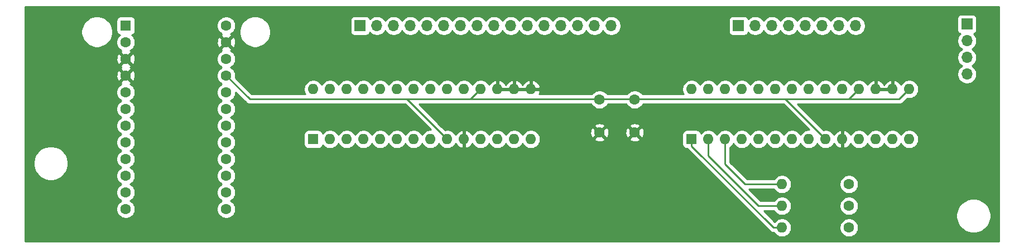
<source format=gbr>
G04 #@! TF.GenerationSoftware,KiCad,Pcbnew,(5.1.5-0-10_14)*
G04 #@! TF.CreationDate,2020-04-26T22:29:08-07:00*
G04 #@! TF.ProjectId,modelm,6d6f6465-6c6d-42e6-9b69-6361645f7063,v0.1*
G04 #@! TF.SameCoordinates,Original*
G04 #@! TF.FileFunction,Copper,L2,Bot*
G04 #@! TF.FilePolarity,Positive*
%FSLAX46Y46*%
G04 Gerber Fmt 4.6, Leading zero omitted, Abs format (unit mm)*
G04 Created by KiCad (PCBNEW (5.1.5-0-10_14)) date 2020-04-26 22:29:08*
%MOMM*%
%LPD*%
G04 APERTURE LIST*
%ADD10C,1.600000*%
%ADD11R,1.600000X1.600000*%
%ADD12O,1.600000X1.600000*%
%ADD13O,1.700000X1.700000*%
%ADD14R,1.700000X1.700000*%
%ADD15C,0.250000*%
%ADD16C,0.254000*%
G04 APERTURE END LIST*
D10*
X96390000Y-51020000D03*
X96390000Y-53560000D03*
X96390000Y-56100000D03*
X96390000Y-58640000D03*
X96390000Y-61180000D03*
X96390000Y-63720000D03*
X96390000Y-66260000D03*
X96390000Y-68800000D03*
X96390000Y-71340000D03*
X96390000Y-73880000D03*
X96390000Y-76420000D03*
X96390000Y-78960000D03*
X81150000Y-78960000D03*
X81150000Y-76420000D03*
X81150000Y-73880000D03*
X81150000Y-71340000D03*
X81150000Y-68800000D03*
X81150000Y-66260000D03*
X81150000Y-63720000D03*
X81150000Y-61180000D03*
X81150000Y-58640000D03*
X81150000Y-56100000D03*
X81150000Y-53560000D03*
D11*
X81150000Y-51020000D03*
D10*
X158366000Y-62310000D03*
X158366000Y-67310000D03*
X153032000Y-62310000D03*
X153032000Y-67310000D03*
D12*
X109598000Y-60706000D03*
X142618000Y-68326000D03*
X112138000Y-60706000D03*
X140078000Y-68326000D03*
X114678000Y-60706000D03*
X137538000Y-68326000D03*
X117218000Y-60706000D03*
X134998000Y-68326000D03*
X119758000Y-60706000D03*
X132458000Y-68326000D03*
X122298000Y-60706000D03*
X129918000Y-68326000D03*
X124838000Y-60706000D03*
X127378000Y-68326000D03*
X127378000Y-60706000D03*
X124838000Y-68326000D03*
X129918000Y-60706000D03*
X122298000Y-68326000D03*
X132458000Y-60706000D03*
X119758000Y-68326000D03*
X134998000Y-60706000D03*
X117218000Y-68326000D03*
X137538000Y-60706000D03*
X114678000Y-68326000D03*
X140078000Y-60706000D03*
X112138000Y-68326000D03*
X142618000Y-60706000D03*
D11*
X109598000Y-68326000D03*
D12*
X167002000Y-60706000D03*
X200022000Y-68326000D03*
X169542000Y-60706000D03*
X197482000Y-68326000D03*
X172082000Y-60706000D03*
X194942000Y-68326000D03*
X174622000Y-60706000D03*
X192402000Y-68326000D03*
X177162000Y-60706000D03*
X189862000Y-68326000D03*
X179702000Y-60706000D03*
X187322000Y-68326000D03*
X182242000Y-60706000D03*
X184782000Y-68326000D03*
X184782000Y-60706000D03*
X182242000Y-68326000D03*
X187322000Y-60706000D03*
X179702000Y-68326000D03*
X189862000Y-60706000D03*
X177162000Y-68326000D03*
X192402000Y-60706000D03*
X174622000Y-68326000D03*
X194942000Y-60706000D03*
X172082000Y-68326000D03*
X197482000Y-60706000D03*
X169542000Y-68326000D03*
X200022000Y-60706000D03*
D11*
X167002000Y-68326000D03*
D13*
X208770000Y-58420000D03*
X208770000Y-55880000D03*
X208770000Y-53340000D03*
D14*
X208770000Y-50800000D03*
D13*
X191894000Y-51054000D03*
X189354000Y-51054000D03*
X186814000Y-51054000D03*
X184274000Y-51054000D03*
X181734000Y-51054000D03*
X179194000Y-51054000D03*
X176654000Y-51054000D03*
D14*
X174114000Y-51054000D03*
D13*
X154810000Y-51054000D03*
X152270000Y-51054000D03*
X149730000Y-51054000D03*
X147190000Y-51054000D03*
X144650000Y-51054000D03*
X142110000Y-51054000D03*
X139570000Y-51054000D03*
X137030000Y-51054000D03*
X134490000Y-51054000D03*
X131950000Y-51054000D03*
X129410000Y-51054000D03*
X126870000Y-51054000D03*
X124330000Y-51054000D03*
X121790000Y-51054000D03*
X119250000Y-51054000D03*
D14*
X116710000Y-51054000D03*
D12*
X180718000Y-75184000D03*
D10*
X190878000Y-75184000D03*
D12*
X180718000Y-78486000D03*
D10*
X190878000Y-78486000D03*
D12*
X180718000Y-81788000D03*
D10*
X190878000Y-81788000D03*
D15*
X96390000Y-58640000D02*
X99980000Y-62230000D01*
X123822000Y-62230000D02*
X129918000Y-68326000D01*
X99980000Y-62230000D02*
X123822000Y-62230000D01*
X133474000Y-62230000D02*
X134998000Y-60706000D01*
X123822000Y-62230000D02*
X133474000Y-62230000D01*
X181226000Y-62230000D02*
X187322000Y-68326000D01*
X133474000Y-62230000D02*
X181226000Y-62230000D01*
X190878000Y-62230000D02*
X192402000Y-60706000D01*
X181226000Y-62230000D02*
X190878000Y-62230000D01*
X198498000Y-62230000D02*
X200022000Y-60706000D01*
X190878000Y-62230000D02*
X198498000Y-62230000D01*
X179586630Y-81788000D02*
X180718000Y-81788000D01*
X179414000Y-81788000D02*
X179586630Y-81788000D01*
X167002000Y-69376000D02*
X179414000Y-81788000D01*
X167002000Y-68326000D02*
X167002000Y-69376000D01*
X179702000Y-78486000D02*
X180718000Y-78486000D01*
X169542000Y-68326000D02*
X169542000Y-70866000D01*
X177162000Y-78486000D02*
X180718000Y-78486000D01*
X169542000Y-70866000D02*
X177162000Y-78486000D01*
X172082000Y-68326000D02*
X172082000Y-72136000D01*
X175130000Y-75184000D02*
X180718000Y-75184000D01*
X172082000Y-72136000D02*
X175130000Y-75184000D01*
D16*
G36*
X213643000Y-83863000D02*
G01*
X65897000Y-83863000D01*
X65897000Y-71730475D01*
X67135000Y-71730475D01*
X67135000Y-72249525D01*
X67236261Y-72758601D01*
X67434893Y-73238141D01*
X67723262Y-73669715D01*
X68090285Y-74036738D01*
X68521859Y-74325107D01*
X69001399Y-74523739D01*
X69510475Y-74625000D01*
X70029525Y-74625000D01*
X70538601Y-74523739D01*
X71018141Y-74325107D01*
X71449715Y-74036738D01*
X71816738Y-73669715D01*
X72105107Y-73238141D01*
X72303739Y-72758601D01*
X72405000Y-72249525D01*
X72405000Y-71730475D01*
X72303739Y-71221399D01*
X72105107Y-70741859D01*
X71816738Y-70310285D01*
X71449715Y-69943262D01*
X71018141Y-69654893D01*
X70538601Y-69456261D01*
X70029525Y-69355000D01*
X69510475Y-69355000D01*
X69001399Y-69456261D01*
X68521859Y-69654893D01*
X68090285Y-69943262D01*
X67723262Y-70310285D01*
X67434893Y-70741859D01*
X67236261Y-71221399D01*
X67135000Y-71730475D01*
X65897000Y-71730475D01*
X65897000Y-61038665D01*
X79715000Y-61038665D01*
X79715000Y-61321335D01*
X79770147Y-61598574D01*
X79878320Y-61859727D01*
X80035363Y-62094759D01*
X80235241Y-62294637D01*
X80467759Y-62450000D01*
X80235241Y-62605363D01*
X80035363Y-62805241D01*
X79878320Y-63040273D01*
X79770147Y-63301426D01*
X79715000Y-63578665D01*
X79715000Y-63861335D01*
X79770147Y-64138574D01*
X79878320Y-64399727D01*
X80035363Y-64634759D01*
X80235241Y-64834637D01*
X80467759Y-64990000D01*
X80235241Y-65145363D01*
X80035363Y-65345241D01*
X79878320Y-65580273D01*
X79770147Y-65841426D01*
X79715000Y-66118665D01*
X79715000Y-66401335D01*
X79770147Y-66678574D01*
X79878320Y-66939727D01*
X80035363Y-67174759D01*
X80235241Y-67374637D01*
X80467759Y-67530000D01*
X80235241Y-67685363D01*
X80035363Y-67885241D01*
X79878320Y-68120273D01*
X79770147Y-68381426D01*
X79715000Y-68658665D01*
X79715000Y-68941335D01*
X79770147Y-69218574D01*
X79878320Y-69479727D01*
X80035363Y-69714759D01*
X80235241Y-69914637D01*
X80467759Y-70070000D01*
X80235241Y-70225363D01*
X80035363Y-70425241D01*
X79878320Y-70660273D01*
X79770147Y-70921426D01*
X79715000Y-71198665D01*
X79715000Y-71481335D01*
X79770147Y-71758574D01*
X79878320Y-72019727D01*
X80035363Y-72254759D01*
X80235241Y-72454637D01*
X80467759Y-72610000D01*
X80235241Y-72765363D01*
X80035363Y-72965241D01*
X79878320Y-73200273D01*
X79770147Y-73461426D01*
X79715000Y-73738665D01*
X79715000Y-74021335D01*
X79770147Y-74298574D01*
X79878320Y-74559727D01*
X80035363Y-74794759D01*
X80235241Y-74994637D01*
X80467759Y-75150000D01*
X80235241Y-75305363D01*
X80035363Y-75505241D01*
X79878320Y-75740273D01*
X79770147Y-76001426D01*
X79715000Y-76278665D01*
X79715000Y-76561335D01*
X79770147Y-76838574D01*
X79878320Y-77099727D01*
X80035363Y-77334759D01*
X80235241Y-77534637D01*
X80467759Y-77690000D01*
X80235241Y-77845363D01*
X80035363Y-78045241D01*
X79878320Y-78280273D01*
X79770147Y-78541426D01*
X79715000Y-78818665D01*
X79715000Y-79101335D01*
X79770147Y-79378574D01*
X79878320Y-79639727D01*
X80035363Y-79874759D01*
X80235241Y-80074637D01*
X80470273Y-80231680D01*
X80731426Y-80339853D01*
X81008665Y-80395000D01*
X81291335Y-80395000D01*
X81568574Y-80339853D01*
X81829727Y-80231680D01*
X82064759Y-80074637D01*
X82264637Y-79874759D01*
X82421680Y-79639727D01*
X82529853Y-79378574D01*
X82585000Y-79101335D01*
X82585000Y-78818665D01*
X82529853Y-78541426D01*
X82421680Y-78280273D01*
X82264637Y-78045241D01*
X82064759Y-77845363D01*
X81832241Y-77690000D01*
X82064759Y-77534637D01*
X82264637Y-77334759D01*
X82421680Y-77099727D01*
X82529853Y-76838574D01*
X82585000Y-76561335D01*
X82585000Y-76278665D01*
X82529853Y-76001426D01*
X82421680Y-75740273D01*
X82264637Y-75505241D01*
X82064759Y-75305363D01*
X81832241Y-75150000D01*
X82064759Y-74994637D01*
X82264637Y-74794759D01*
X82421680Y-74559727D01*
X82529853Y-74298574D01*
X82585000Y-74021335D01*
X82585000Y-73738665D01*
X82529853Y-73461426D01*
X82421680Y-73200273D01*
X82264637Y-72965241D01*
X82064759Y-72765363D01*
X81832241Y-72610000D01*
X82064759Y-72454637D01*
X82264637Y-72254759D01*
X82421680Y-72019727D01*
X82529853Y-71758574D01*
X82585000Y-71481335D01*
X82585000Y-71198665D01*
X82529853Y-70921426D01*
X82421680Y-70660273D01*
X82264637Y-70425241D01*
X82064759Y-70225363D01*
X81832241Y-70070000D01*
X82064759Y-69914637D01*
X82264637Y-69714759D01*
X82421680Y-69479727D01*
X82529853Y-69218574D01*
X82585000Y-68941335D01*
X82585000Y-68658665D01*
X82529853Y-68381426D01*
X82421680Y-68120273D01*
X82264637Y-67885241D01*
X82064759Y-67685363D01*
X81832241Y-67530000D01*
X82064759Y-67374637D01*
X82264637Y-67174759D01*
X82421680Y-66939727D01*
X82529853Y-66678574D01*
X82585000Y-66401335D01*
X82585000Y-66118665D01*
X82529853Y-65841426D01*
X82421680Y-65580273D01*
X82264637Y-65345241D01*
X82064759Y-65145363D01*
X81832241Y-64990000D01*
X82064759Y-64834637D01*
X82264637Y-64634759D01*
X82421680Y-64399727D01*
X82529853Y-64138574D01*
X82585000Y-63861335D01*
X82585000Y-63578665D01*
X82529853Y-63301426D01*
X82421680Y-63040273D01*
X82264637Y-62805241D01*
X82064759Y-62605363D01*
X81832241Y-62450000D01*
X82064759Y-62294637D01*
X82264637Y-62094759D01*
X82421680Y-61859727D01*
X82529853Y-61598574D01*
X82585000Y-61321335D01*
X82585000Y-61038665D01*
X82529853Y-60761426D01*
X82421680Y-60500273D01*
X82264637Y-60265241D01*
X82064759Y-60065363D01*
X81830872Y-59909085D01*
X81891514Y-59876671D01*
X81963097Y-59632702D01*
X81150000Y-58819605D01*
X80336903Y-59632702D01*
X80408486Y-59876671D01*
X80472992Y-59907194D01*
X80470273Y-59908320D01*
X80235241Y-60065363D01*
X80035363Y-60265241D01*
X79878320Y-60500273D01*
X79770147Y-60761426D01*
X79715000Y-61038665D01*
X65897000Y-61038665D01*
X65897000Y-58710512D01*
X79709783Y-58710512D01*
X79751213Y-58990130D01*
X79846397Y-59256292D01*
X79913329Y-59381514D01*
X80157298Y-59453097D01*
X80970395Y-58640000D01*
X81329605Y-58640000D01*
X82142702Y-59453097D01*
X82386671Y-59381514D01*
X82507571Y-59126004D01*
X82576300Y-58851816D01*
X82590217Y-58569488D01*
X82548787Y-58289870D01*
X82453603Y-58023708D01*
X82386671Y-57898486D01*
X82142702Y-57826903D01*
X81329605Y-58640000D01*
X80970395Y-58640000D01*
X80157298Y-57826903D01*
X79913329Y-57898486D01*
X79792429Y-58153996D01*
X79723700Y-58428184D01*
X79709783Y-58710512D01*
X65897000Y-58710512D01*
X65897000Y-57092702D01*
X80336903Y-57092702D01*
X80408486Y-57336671D01*
X80474636Y-57367971D01*
X80408486Y-57403329D01*
X80336903Y-57647298D01*
X81150000Y-58460395D01*
X81963097Y-57647298D01*
X81891514Y-57403329D01*
X81825364Y-57372029D01*
X81891514Y-57336671D01*
X81963097Y-57092702D01*
X81150000Y-56279605D01*
X80336903Y-57092702D01*
X65897000Y-57092702D01*
X65897000Y-56170512D01*
X79709783Y-56170512D01*
X79751213Y-56450130D01*
X79846397Y-56716292D01*
X79913329Y-56841514D01*
X80157298Y-56913097D01*
X80970395Y-56100000D01*
X81329605Y-56100000D01*
X82142702Y-56913097D01*
X82386671Y-56841514D01*
X82507571Y-56586004D01*
X82576300Y-56311816D01*
X82590217Y-56029488D01*
X82579724Y-55958665D01*
X94955000Y-55958665D01*
X94955000Y-56241335D01*
X95010147Y-56518574D01*
X95118320Y-56779727D01*
X95275363Y-57014759D01*
X95475241Y-57214637D01*
X95707759Y-57370000D01*
X95475241Y-57525363D01*
X95275363Y-57725241D01*
X95118320Y-57960273D01*
X95010147Y-58221426D01*
X94955000Y-58498665D01*
X94955000Y-58781335D01*
X95010147Y-59058574D01*
X95118320Y-59319727D01*
X95275363Y-59554759D01*
X95475241Y-59754637D01*
X95707759Y-59910000D01*
X95475241Y-60065363D01*
X95275363Y-60265241D01*
X95118320Y-60500273D01*
X95010147Y-60761426D01*
X94955000Y-61038665D01*
X94955000Y-61321335D01*
X95010147Y-61598574D01*
X95118320Y-61859727D01*
X95275363Y-62094759D01*
X95475241Y-62294637D01*
X95707759Y-62450000D01*
X95475241Y-62605363D01*
X95275363Y-62805241D01*
X95118320Y-63040273D01*
X95010147Y-63301426D01*
X94955000Y-63578665D01*
X94955000Y-63861335D01*
X95010147Y-64138574D01*
X95118320Y-64399727D01*
X95275363Y-64634759D01*
X95475241Y-64834637D01*
X95707759Y-64990000D01*
X95475241Y-65145363D01*
X95275363Y-65345241D01*
X95118320Y-65580273D01*
X95010147Y-65841426D01*
X94955000Y-66118665D01*
X94955000Y-66401335D01*
X95010147Y-66678574D01*
X95118320Y-66939727D01*
X95275363Y-67174759D01*
X95475241Y-67374637D01*
X95707759Y-67530000D01*
X95475241Y-67685363D01*
X95275363Y-67885241D01*
X95118320Y-68120273D01*
X95010147Y-68381426D01*
X94955000Y-68658665D01*
X94955000Y-68941335D01*
X95010147Y-69218574D01*
X95118320Y-69479727D01*
X95275363Y-69714759D01*
X95475241Y-69914637D01*
X95707759Y-70070000D01*
X95475241Y-70225363D01*
X95275363Y-70425241D01*
X95118320Y-70660273D01*
X95010147Y-70921426D01*
X94955000Y-71198665D01*
X94955000Y-71481335D01*
X95010147Y-71758574D01*
X95118320Y-72019727D01*
X95275363Y-72254759D01*
X95475241Y-72454637D01*
X95707759Y-72610000D01*
X95475241Y-72765363D01*
X95275363Y-72965241D01*
X95118320Y-73200273D01*
X95010147Y-73461426D01*
X94955000Y-73738665D01*
X94955000Y-74021335D01*
X95010147Y-74298574D01*
X95118320Y-74559727D01*
X95275363Y-74794759D01*
X95475241Y-74994637D01*
X95707759Y-75150000D01*
X95475241Y-75305363D01*
X95275363Y-75505241D01*
X95118320Y-75740273D01*
X95010147Y-76001426D01*
X94955000Y-76278665D01*
X94955000Y-76561335D01*
X95010147Y-76838574D01*
X95118320Y-77099727D01*
X95275363Y-77334759D01*
X95475241Y-77534637D01*
X95707759Y-77690000D01*
X95475241Y-77845363D01*
X95275363Y-78045241D01*
X95118320Y-78280273D01*
X95010147Y-78541426D01*
X94955000Y-78818665D01*
X94955000Y-79101335D01*
X95010147Y-79378574D01*
X95118320Y-79639727D01*
X95275363Y-79874759D01*
X95475241Y-80074637D01*
X95710273Y-80231680D01*
X95971426Y-80339853D01*
X96248665Y-80395000D01*
X96531335Y-80395000D01*
X96808574Y-80339853D01*
X97069727Y-80231680D01*
X97304759Y-80074637D01*
X97504637Y-79874759D01*
X97661680Y-79639727D01*
X97769853Y-79378574D01*
X97825000Y-79101335D01*
X97825000Y-78818665D01*
X97769853Y-78541426D01*
X97661680Y-78280273D01*
X97504637Y-78045241D01*
X97304759Y-77845363D01*
X97072241Y-77690000D01*
X97304759Y-77534637D01*
X97504637Y-77334759D01*
X97661680Y-77099727D01*
X97769853Y-76838574D01*
X97825000Y-76561335D01*
X97825000Y-76278665D01*
X97769853Y-76001426D01*
X97661680Y-75740273D01*
X97504637Y-75505241D01*
X97304759Y-75305363D01*
X97072241Y-75150000D01*
X97304759Y-74994637D01*
X97504637Y-74794759D01*
X97661680Y-74559727D01*
X97769853Y-74298574D01*
X97825000Y-74021335D01*
X97825000Y-73738665D01*
X97769853Y-73461426D01*
X97661680Y-73200273D01*
X97504637Y-72965241D01*
X97304759Y-72765363D01*
X97072241Y-72610000D01*
X97304759Y-72454637D01*
X97504637Y-72254759D01*
X97661680Y-72019727D01*
X97769853Y-71758574D01*
X97825000Y-71481335D01*
X97825000Y-71198665D01*
X97769853Y-70921426D01*
X97661680Y-70660273D01*
X97504637Y-70425241D01*
X97304759Y-70225363D01*
X97072241Y-70070000D01*
X97304759Y-69914637D01*
X97504637Y-69714759D01*
X97661680Y-69479727D01*
X97769853Y-69218574D01*
X97825000Y-68941335D01*
X97825000Y-68658665D01*
X97769853Y-68381426D01*
X97661680Y-68120273D01*
X97504637Y-67885241D01*
X97304759Y-67685363D01*
X97072241Y-67530000D01*
X97304759Y-67374637D01*
X97504637Y-67174759D01*
X97661680Y-66939727D01*
X97769853Y-66678574D01*
X97825000Y-66401335D01*
X97825000Y-66118665D01*
X97769853Y-65841426D01*
X97661680Y-65580273D01*
X97504637Y-65345241D01*
X97304759Y-65145363D01*
X97072241Y-64990000D01*
X97304759Y-64834637D01*
X97504637Y-64634759D01*
X97661680Y-64399727D01*
X97769853Y-64138574D01*
X97825000Y-63861335D01*
X97825000Y-63578665D01*
X97769853Y-63301426D01*
X97661680Y-63040273D01*
X97504637Y-62805241D01*
X97304759Y-62605363D01*
X97072241Y-62450000D01*
X97304759Y-62294637D01*
X97504637Y-62094759D01*
X97661680Y-61859727D01*
X97769853Y-61598574D01*
X97825000Y-61321335D01*
X97825000Y-61149802D01*
X99416200Y-62741002D01*
X99439999Y-62770001D01*
X99555724Y-62864974D01*
X99687753Y-62935546D01*
X99831014Y-62979003D01*
X99942667Y-62990000D01*
X99942675Y-62990000D01*
X99980000Y-62993676D01*
X100017325Y-62990000D01*
X123507199Y-62990000D01*
X127408198Y-66891000D01*
X127236665Y-66891000D01*
X126959426Y-66946147D01*
X126698273Y-67054320D01*
X126463241Y-67211363D01*
X126263363Y-67411241D01*
X126108000Y-67643759D01*
X125952637Y-67411241D01*
X125752759Y-67211363D01*
X125517727Y-67054320D01*
X125256574Y-66946147D01*
X124979335Y-66891000D01*
X124696665Y-66891000D01*
X124419426Y-66946147D01*
X124158273Y-67054320D01*
X123923241Y-67211363D01*
X123723363Y-67411241D01*
X123568000Y-67643759D01*
X123412637Y-67411241D01*
X123212759Y-67211363D01*
X122977727Y-67054320D01*
X122716574Y-66946147D01*
X122439335Y-66891000D01*
X122156665Y-66891000D01*
X121879426Y-66946147D01*
X121618273Y-67054320D01*
X121383241Y-67211363D01*
X121183363Y-67411241D01*
X121028000Y-67643759D01*
X120872637Y-67411241D01*
X120672759Y-67211363D01*
X120437727Y-67054320D01*
X120176574Y-66946147D01*
X119899335Y-66891000D01*
X119616665Y-66891000D01*
X119339426Y-66946147D01*
X119078273Y-67054320D01*
X118843241Y-67211363D01*
X118643363Y-67411241D01*
X118488000Y-67643759D01*
X118332637Y-67411241D01*
X118132759Y-67211363D01*
X117897727Y-67054320D01*
X117636574Y-66946147D01*
X117359335Y-66891000D01*
X117076665Y-66891000D01*
X116799426Y-66946147D01*
X116538273Y-67054320D01*
X116303241Y-67211363D01*
X116103363Y-67411241D01*
X115948000Y-67643759D01*
X115792637Y-67411241D01*
X115592759Y-67211363D01*
X115357727Y-67054320D01*
X115096574Y-66946147D01*
X114819335Y-66891000D01*
X114536665Y-66891000D01*
X114259426Y-66946147D01*
X113998273Y-67054320D01*
X113763241Y-67211363D01*
X113563363Y-67411241D01*
X113408000Y-67643759D01*
X113252637Y-67411241D01*
X113052759Y-67211363D01*
X112817727Y-67054320D01*
X112556574Y-66946147D01*
X112279335Y-66891000D01*
X111996665Y-66891000D01*
X111719426Y-66946147D01*
X111458273Y-67054320D01*
X111223241Y-67211363D01*
X111024643Y-67409961D01*
X111023812Y-67401518D01*
X110987502Y-67281820D01*
X110928537Y-67171506D01*
X110849185Y-67074815D01*
X110752494Y-66995463D01*
X110642180Y-66936498D01*
X110522482Y-66900188D01*
X110398000Y-66887928D01*
X108798000Y-66887928D01*
X108673518Y-66900188D01*
X108553820Y-66936498D01*
X108443506Y-66995463D01*
X108346815Y-67074815D01*
X108267463Y-67171506D01*
X108208498Y-67281820D01*
X108172188Y-67401518D01*
X108159928Y-67526000D01*
X108159928Y-69126000D01*
X108172188Y-69250482D01*
X108208498Y-69370180D01*
X108267463Y-69480494D01*
X108346815Y-69577185D01*
X108443506Y-69656537D01*
X108553820Y-69715502D01*
X108673518Y-69751812D01*
X108798000Y-69764072D01*
X110398000Y-69764072D01*
X110522482Y-69751812D01*
X110642180Y-69715502D01*
X110752494Y-69656537D01*
X110849185Y-69577185D01*
X110928537Y-69480494D01*
X110987502Y-69370180D01*
X111023812Y-69250482D01*
X111024643Y-69242039D01*
X111223241Y-69440637D01*
X111458273Y-69597680D01*
X111719426Y-69705853D01*
X111996665Y-69761000D01*
X112279335Y-69761000D01*
X112556574Y-69705853D01*
X112817727Y-69597680D01*
X113052759Y-69440637D01*
X113252637Y-69240759D01*
X113408000Y-69008241D01*
X113563363Y-69240759D01*
X113763241Y-69440637D01*
X113998273Y-69597680D01*
X114259426Y-69705853D01*
X114536665Y-69761000D01*
X114819335Y-69761000D01*
X115096574Y-69705853D01*
X115357727Y-69597680D01*
X115592759Y-69440637D01*
X115792637Y-69240759D01*
X115948000Y-69008241D01*
X116103363Y-69240759D01*
X116303241Y-69440637D01*
X116538273Y-69597680D01*
X116799426Y-69705853D01*
X117076665Y-69761000D01*
X117359335Y-69761000D01*
X117636574Y-69705853D01*
X117897727Y-69597680D01*
X118132759Y-69440637D01*
X118332637Y-69240759D01*
X118488000Y-69008241D01*
X118643363Y-69240759D01*
X118843241Y-69440637D01*
X119078273Y-69597680D01*
X119339426Y-69705853D01*
X119616665Y-69761000D01*
X119899335Y-69761000D01*
X120176574Y-69705853D01*
X120437727Y-69597680D01*
X120672759Y-69440637D01*
X120872637Y-69240759D01*
X121028000Y-69008241D01*
X121183363Y-69240759D01*
X121383241Y-69440637D01*
X121618273Y-69597680D01*
X121879426Y-69705853D01*
X122156665Y-69761000D01*
X122439335Y-69761000D01*
X122716574Y-69705853D01*
X122977727Y-69597680D01*
X123212759Y-69440637D01*
X123412637Y-69240759D01*
X123568000Y-69008241D01*
X123723363Y-69240759D01*
X123923241Y-69440637D01*
X124158273Y-69597680D01*
X124419426Y-69705853D01*
X124696665Y-69761000D01*
X124979335Y-69761000D01*
X125256574Y-69705853D01*
X125517727Y-69597680D01*
X125752759Y-69440637D01*
X125952637Y-69240759D01*
X126108000Y-69008241D01*
X126263363Y-69240759D01*
X126463241Y-69440637D01*
X126698273Y-69597680D01*
X126959426Y-69705853D01*
X127236665Y-69761000D01*
X127519335Y-69761000D01*
X127796574Y-69705853D01*
X128057727Y-69597680D01*
X128292759Y-69440637D01*
X128492637Y-69240759D01*
X128648000Y-69008241D01*
X128803363Y-69240759D01*
X129003241Y-69440637D01*
X129238273Y-69597680D01*
X129499426Y-69705853D01*
X129776665Y-69761000D01*
X130059335Y-69761000D01*
X130336574Y-69705853D01*
X130597727Y-69597680D01*
X130832759Y-69440637D01*
X131032637Y-69240759D01*
X131189680Y-69005727D01*
X131194067Y-68995135D01*
X131305615Y-69181131D01*
X131494586Y-69389519D01*
X131720580Y-69557037D01*
X131974913Y-69677246D01*
X132108961Y-69717904D01*
X132331000Y-69595915D01*
X132331000Y-68453000D01*
X132311000Y-68453000D01*
X132311000Y-68199000D01*
X132331000Y-68199000D01*
X132331000Y-67056085D01*
X132585000Y-67056085D01*
X132585000Y-68199000D01*
X132605000Y-68199000D01*
X132605000Y-68453000D01*
X132585000Y-68453000D01*
X132585000Y-69595915D01*
X132807039Y-69717904D01*
X132941087Y-69677246D01*
X133195420Y-69557037D01*
X133421414Y-69389519D01*
X133610385Y-69181131D01*
X133721933Y-68995135D01*
X133726320Y-69005727D01*
X133883363Y-69240759D01*
X134083241Y-69440637D01*
X134318273Y-69597680D01*
X134579426Y-69705853D01*
X134856665Y-69761000D01*
X135139335Y-69761000D01*
X135416574Y-69705853D01*
X135677727Y-69597680D01*
X135912759Y-69440637D01*
X136112637Y-69240759D01*
X136268000Y-69008241D01*
X136423363Y-69240759D01*
X136623241Y-69440637D01*
X136858273Y-69597680D01*
X137119426Y-69705853D01*
X137396665Y-69761000D01*
X137679335Y-69761000D01*
X137956574Y-69705853D01*
X138217727Y-69597680D01*
X138452759Y-69440637D01*
X138652637Y-69240759D01*
X138808000Y-69008241D01*
X138963363Y-69240759D01*
X139163241Y-69440637D01*
X139398273Y-69597680D01*
X139659426Y-69705853D01*
X139936665Y-69761000D01*
X140219335Y-69761000D01*
X140496574Y-69705853D01*
X140757727Y-69597680D01*
X140992759Y-69440637D01*
X141192637Y-69240759D01*
X141348000Y-69008241D01*
X141503363Y-69240759D01*
X141703241Y-69440637D01*
X141938273Y-69597680D01*
X142199426Y-69705853D01*
X142476665Y-69761000D01*
X142759335Y-69761000D01*
X143036574Y-69705853D01*
X143297727Y-69597680D01*
X143532759Y-69440637D01*
X143732637Y-69240759D01*
X143889680Y-69005727D01*
X143997853Y-68744574D01*
X144053000Y-68467335D01*
X144053000Y-68302702D01*
X152218903Y-68302702D01*
X152290486Y-68546671D01*
X152545996Y-68667571D01*
X152820184Y-68736300D01*
X153102512Y-68750217D01*
X153382130Y-68708787D01*
X153648292Y-68613603D01*
X153773514Y-68546671D01*
X153845097Y-68302702D01*
X157552903Y-68302702D01*
X157624486Y-68546671D01*
X157879996Y-68667571D01*
X158154184Y-68736300D01*
X158436512Y-68750217D01*
X158716130Y-68708787D01*
X158982292Y-68613603D01*
X159107514Y-68546671D01*
X159179097Y-68302702D01*
X158366000Y-67489605D01*
X157552903Y-68302702D01*
X153845097Y-68302702D01*
X153032000Y-67489605D01*
X152218903Y-68302702D01*
X144053000Y-68302702D01*
X144053000Y-68184665D01*
X143997853Y-67907426D01*
X143889680Y-67646273D01*
X143732637Y-67411241D01*
X143701908Y-67380512D01*
X151591783Y-67380512D01*
X151633213Y-67660130D01*
X151728397Y-67926292D01*
X151795329Y-68051514D01*
X152039298Y-68123097D01*
X152852395Y-67310000D01*
X153211605Y-67310000D01*
X154024702Y-68123097D01*
X154268671Y-68051514D01*
X154389571Y-67796004D01*
X154458300Y-67521816D01*
X154465265Y-67380512D01*
X156925783Y-67380512D01*
X156967213Y-67660130D01*
X157062397Y-67926292D01*
X157129329Y-68051514D01*
X157373298Y-68123097D01*
X158186395Y-67310000D01*
X158545605Y-67310000D01*
X159358702Y-68123097D01*
X159602671Y-68051514D01*
X159723571Y-67796004D01*
X159792300Y-67521816D01*
X159806217Y-67239488D01*
X159764787Y-66959870D01*
X159669603Y-66693708D01*
X159602671Y-66568486D01*
X159358702Y-66496903D01*
X158545605Y-67310000D01*
X158186395Y-67310000D01*
X157373298Y-66496903D01*
X157129329Y-66568486D01*
X157008429Y-66823996D01*
X156939700Y-67098184D01*
X156925783Y-67380512D01*
X154465265Y-67380512D01*
X154472217Y-67239488D01*
X154430787Y-66959870D01*
X154335603Y-66693708D01*
X154268671Y-66568486D01*
X154024702Y-66496903D01*
X153211605Y-67310000D01*
X152852395Y-67310000D01*
X152039298Y-66496903D01*
X151795329Y-66568486D01*
X151674429Y-66823996D01*
X151605700Y-67098184D01*
X151591783Y-67380512D01*
X143701908Y-67380512D01*
X143532759Y-67211363D01*
X143297727Y-67054320D01*
X143036574Y-66946147D01*
X142759335Y-66891000D01*
X142476665Y-66891000D01*
X142199426Y-66946147D01*
X141938273Y-67054320D01*
X141703241Y-67211363D01*
X141503363Y-67411241D01*
X141348000Y-67643759D01*
X141192637Y-67411241D01*
X140992759Y-67211363D01*
X140757727Y-67054320D01*
X140496574Y-66946147D01*
X140219335Y-66891000D01*
X139936665Y-66891000D01*
X139659426Y-66946147D01*
X139398273Y-67054320D01*
X139163241Y-67211363D01*
X138963363Y-67411241D01*
X138808000Y-67643759D01*
X138652637Y-67411241D01*
X138452759Y-67211363D01*
X138217727Y-67054320D01*
X137956574Y-66946147D01*
X137679335Y-66891000D01*
X137396665Y-66891000D01*
X137119426Y-66946147D01*
X136858273Y-67054320D01*
X136623241Y-67211363D01*
X136423363Y-67411241D01*
X136268000Y-67643759D01*
X136112637Y-67411241D01*
X135912759Y-67211363D01*
X135677727Y-67054320D01*
X135416574Y-66946147D01*
X135139335Y-66891000D01*
X134856665Y-66891000D01*
X134579426Y-66946147D01*
X134318273Y-67054320D01*
X134083241Y-67211363D01*
X133883363Y-67411241D01*
X133726320Y-67646273D01*
X133721933Y-67656865D01*
X133610385Y-67470869D01*
X133421414Y-67262481D01*
X133195420Y-67094963D01*
X132941087Y-66974754D01*
X132807039Y-66934096D01*
X132585000Y-67056085D01*
X132331000Y-67056085D01*
X132108961Y-66934096D01*
X131974913Y-66974754D01*
X131720580Y-67094963D01*
X131494586Y-67262481D01*
X131305615Y-67470869D01*
X131194067Y-67656865D01*
X131189680Y-67646273D01*
X131032637Y-67411241D01*
X130832759Y-67211363D01*
X130597727Y-67054320D01*
X130336574Y-66946147D01*
X130059335Y-66891000D01*
X129776665Y-66891000D01*
X129594114Y-66927312D01*
X128984100Y-66317298D01*
X152218903Y-66317298D01*
X153032000Y-67130395D01*
X153845097Y-66317298D01*
X157552903Y-66317298D01*
X158366000Y-67130395D01*
X159179097Y-66317298D01*
X159107514Y-66073329D01*
X158852004Y-65952429D01*
X158577816Y-65883700D01*
X158295488Y-65869783D01*
X158015870Y-65911213D01*
X157749708Y-66006397D01*
X157624486Y-66073329D01*
X157552903Y-66317298D01*
X153845097Y-66317298D01*
X153773514Y-66073329D01*
X153518004Y-65952429D01*
X153243816Y-65883700D01*
X152961488Y-65869783D01*
X152681870Y-65911213D01*
X152415708Y-66006397D01*
X152290486Y-66073329D01*
X152218903Y-66317298D01*
X128984100Y-66317298D01*
X125656801Y-62990000D01*
X133436678Y-62990000D01*
X133474000Y-62993676D01*
X133511322Y-62990000D01*
X151760502Y-62990000D01*
X151917363Y-63224759D01*
X152117241Y-63424637D01*
X152352273Y-63581680D01*
X152613426Y-63689853D01*
X152890665Y-63745000D01*
X153173335Y-63745000D01*
X153450574Y-63689853D01*
X153711727Y-63581680D01*
X153946759Y-63424637D01*
X154146637Y-63224759D01*
X154303498Y-62990000D01*
X157094502Y-62990000D01*
X157251363Y-63224759D01*
X157451241Y-63424637D01*
X157686273Y-63581680D01*
X157947426Y-63689853D01*
X158224665Y-63745000D01*
X158507335Y-63745000D01*
X158784574Y-63689853D01*
X159045727Y-63581680D01*
X159280759Y-63424637D01*
X159480637Y-63224759D01*
X159637498Y-62990000D01*
X180911199Y-62990000D01*
X184812198Y-66891000D01*
X184640665Y-66891000D01*
X184363426Y-66946147D01*
X184102273Y-67054320D01*
X183867241Y-67211363D01*
X183667363Y-67411241D01*
X183512000Y-67643759D01*
X183356637Y-67411241D01*
X183156759Y-67211363D01*
X182921727Y-67054320D01*
X182660574Y-66946147D01*
X182383335Y-66891000D01*
X182100665Y-66891000D01*
X181823426Y-66946147D01*
X181562273Y-67054320D01*
X181327241Y-67211363D01*
X181127363Y-67411241D01*
X180972000Y-67643759D01*
X180816637Y-67411241D01*
X180616759Y-67211363D01*
X180381727Y-67054320D01*
X180120574Y-66946147D01*
X179843335Y-66891000D01*
X179560665Y-66891000D01*
X179283426Y-66946147D01*
X179022273Y-67054320D01*
X178787241Y-67211363D01*
X178587363Y-67411241D01*
X178432000Y-67643759D01*
X178276637Y-67411241D01*
X178076759Y-67211363D01*
X177841727Y-67054320D01*
X177580574Y-66946147D01*
X177303335Y-66891000D01*
X177020665Y-66891000D01*
X176743426Y-66946147D01*
X176482273Y-67054320D01*
X176247241Y-67211363D01*
X176047363Y-67411241D01*
X175892000Y-67643759D01*
X175736637Y-67411241D01*
X175536759Y-67211363D01*
X175301727Y-67054320D01*
X175040574Y-66946147D01*
X174763335Y-66891000D01*
X174480665Y-66891000D01*
X174203426Y-66946147D01*
X173942273Y-67054320D01*
X173707241Y-67211363D01*
X173507363Y-67411241D01*
X173352000Y-67643759D01*
X173196637Y-67411241D01*
X172996759Y-67211363D01*
X172761727Y-67054320D01*
X172500574Y-66946147D01*
X172223335Y-66891000D01*
X171940665Y-66891000D01*
X171663426Y-66946147D01*
X171402273Y-67054320D01*
X171167241Y-67211363D01*
X170967363Y-67411241D01*
X170812000Y-67643759D01*
X170656637Y-67411241D01*
X170456759Y-67211363D01*
X170221727Y-67054320D01*
X169960574Y-66946147D01*
X169683335Y-66891000D01*
X169400665Y-66891000D01*
X169123426Y-66946147D01*
X168862273Y-67054320D01*
X168627241Y-67211363D01*
X168428643Y-67409961D01*
X168427812Y-67401518D01*
X168391502Y-67281820D01*
X168332537Y-67171506D01*
X168253185Y-67074815D01*
X168156494Y-66995463D01*
X168046180Y-66936498D01*
X167926482Y-66900188D01*
X167802000Y-66887928D01*
X166202000Y-66887928D01*
X166077518Y-66900188D01*
X165957820Y-66936498D01*
X165847506Y-66995463D01*
X165750815Y-67074815D01*
X165671463Y-67171506D01*
X165612498Y-67281820D01*
X165576188Y-67401518D01*
X165563928Y-67526000D01*
X165563928Y-69126000D01*
X165576188Y-69250482D01*
X165612498Y-69370180D01*
X165671463Y-69480494D01*
X165750815Y-69577185D01*
X165847506Y-69656537D01*
X165957820Y-69715502D01*
X166077518Y-69751812D01*
X166202000Y-69764072D01*
X166347674Y-69764072D01*
X166367026Y-69800276D01*
X166438201Y-69887002D01*
X166462000Y-69916001D01*
X166490998Y-69939799D01*
X178850201Y-82299003D01*
X178873999Y-82328001D01*
X178989724Y-82422974D01*
X179121753Y-82493546D01*
X179265014Y-82537003D01*
X179376667Y-82548000D01*
X179376675Y-82548000D01*
X179414000Y-82551676D01*
X179451325Y-82548000D01*
X179499957Y-82548000D01*
X179603363Y-82702759D01*
X179803241Y-82902637D01*
X180038273Y-83059680D01*
X180299426Y-83167853D01*
X180576665Y-83223000D01*
X180859335Y-83223000D01*
X181136574Y-83167853D01*
X181397727Y-83059680D01*
X181632759Y-82902637D01*
X181832637Y-82702759D01*
X181989680Y-82467727D01*
X182097853Y-82206574D01*
X182153000Y-81929335D01*
X182153000Y-81646665D01*
X189443000Y-81646665D01*
X189443000Y-81929335D01*
X189498147Y-82206574D01*
X189606320Y-82467727D01*
X189763363Y-82702759D01*
X189963241Y-82902637D01*
X190198273Y-83059680D01*
X190459426Y-83167853D01*
X190736665Y-83223000D01*
X191019335Y-83223000D01*
X191296574Y-83167853D01*
X191557727Y-83059680D01*
X191792759Y-82902637D01*
X191992637Y-82702759D01*
X192149680Y-82467727D01*
X192257853Y-82206574D01*
X192313000Y-81929335D01*
X192313000Y-81646665D01*
X192257853Y-81369426D01*
X192149680Y-81108273D01*
X191992637Y-80873241D01*
X191792759Y-80673363D01*
X191557727Y-80516320D01*
X191296574Y-80408147D01*
X191019335Y-80353000D01*
X190736665Y-80353000D01*
X190459426Y-80408147D01*
X190198273Y-80516320D01*
X189963241Y-80673363D01*
X189763363Y-80873241D01*
X189606320Y-81108273D01*
X189498147Y-81369426D01*
X189443000Y-81646665D01*
X182153000Y-81646665D01*
X182097853Y-81369426D01*
X181989680Y-81108273D01*
X181832637Y-80873241D01*
X181632759Y-80673363D01*
X181397727Y-80516320D01*
X181136574Y-80408147D01*
X180859335Y-80353000D01*
X180576665Y-80353000D01*
X180299426Y-80408147D01*
X180038273Y-80516320D01*
X179803241Y-80673363D01*
X179603363Y-80873241D01*
X179591619Y-80890817D01*
X177946802Y-79246000D01*
X179499957Y-79246000D01*
X179603363Y-79400759D01*
X179803241Y-79600637D01*
X180038273Y-79757680D01*
X180299426Y-79865853D01*
X180576665Y-79921000D01*
X180859335Y-79921000D01*
X181136574Y-79865853D01*
X181397727Y-79757680D01*
X181632759Y-79600637D01*
X181832637Y-79400759D01*
X181989680Y-79165727D01*
X182097853Y-78904574D01*
X182153000Y-78627335D01*
X182153000Y-78344665D01*
X189443000Y-78344665D01*
X189443000Y-78627335D01*
X189498147Y-78904574D01*
X189606320Y-79165727D01*
X189763363Y-79400759D01*
X189963241Y-79600637D01*
X190198273Y-79757680D01*
X190459426Y-79865853D01*
X190736665Y-79921000D01*
X191019335Y-79921000D01*
X191296574Y-79865853D01*
X191557727Y-79757680D01*
X191598442Y-79730475D01*
X207135000Y-79730475D01*
X207135000Y-80249525D01*
X207236261Y-80758601D01*
X207434893Y-81238141D01*
X207723262Y-81669715D01*
X208090285Y-82036738D01*
X208521859Y-82325107D01*
X209001399Y-82523739D01*
X209510475Y-82625000D01*
X210029525Y-82625000D01*
X210538601Y-82523739D01*
X211018141Y-82325107D01*
X211449715Y-82036738D01*
X211816738Y-81669715D01*
X212105107Y-81238141D01*
X212303739Y-80758601D01*
X212405000Y-80249525D01*
X212405000Y-79730475D01*
X212303739Y-79221399D01*
X212105107Y-78741859D01*
X211816738Y-78310285D01*
X211449715Y-77943262D01*
X211018141Y-77654893D01*
X210538601Y-77456261D01*
X210029525Y-77355000D01*
X209510475Y-77355000D01*
X209001399Y-77456261D01*
X208521859Y-77654893D01*
X208090285Y-77943262D01*
X207723262Y-78310285D01*
X207434893Y-78741859D01*
X207236261Y-79221399D01*
X207135000Y-79730475D01*
X191598442Y-79730475D01*
X191792759Y-79600637D01*
X191992637Y-79400759D01*
X192149680Y-79165727D01*
X192257853Y-78904574D01*
X192313000Y-78627335D01*
X192313000Y-78344665D01*
X192257853Y-78067426D01*
X192149680Y-77806273D01*
X191992637Y-77571241D01*
X191792759Y-77371363D01*
X191557727Y-77214320D01*
X191296574Y-77106147D01*
X191019335Y-77051000D01*
X190736665Y-77051000D01*
X190459426Y-77106147D01*
X190198273Y-77214320D01*
X189963241Y-77371363D01*
X189763363Y-77571241D01*
X189606320Y-77806273D01*
X189498147Y-78067426D01*
X189443000Y-78344665D01*
X182153000Y-78344665D01*
X182097853Y-78067426D01*
X181989680Y-77806273D01*
X181832637Y-77571241D01*
X181632759Y-77371363D01*
X181397727Y-77214320D01*
X181136574Y-77106147D01*
X180859335Y-77051000D01*
X180576665Y-77051000D01*
X180299426Y-77106147D01*
X180038273Y-77214320D01*
X179803241Y-77371363D01*
X179603363Y-77571241D01*
X179499957Y-77726000D01*
X177476802Y-77726000D01*
X175694802Y-75944000D01*
X179499957Y-75944000D01*
X179603363Y-76098759D01*
X179803241Y-76298637D01*
X180038273Y-76455680D01*
X180299426Y-76563853D01*
X180576665Y-76619000D01*
X180859335Y-76619000D01*
X181136574Y-76563853D01*
X181397727Y-76455680D01*
X181632759Y-76298637D01*
X181832637Y-76098759D01*
X181989680Y-75863727D01*
X182097853Y-75602574D01*
X182153000Y-75325335D01*
X182153000Y-75042665D01*
X189443000Y-75042665D01*
X189443000Y-75325335D01*
X189498147Y-75602574D01*
X189606320Y-75863727D01*
X189763363Y-76098759D01*
X189963241Y-76298637D01*
X190198273Y-76455680D01*
X190459426Y-76563853D01*
X190736665Y-76619000D01*
X191019335Y-76619000D01*
X191296574Y-76563853D01*
X191557727Y-76455680D01*
X191792759Y-76298637D01*
X191992637Y-76098759D01*
X192149680Y-75863727D01*
X192257853Y-75602574D01*
X192313000Y-75325335D01*
X192313000Y-75042665D01*
X192257853Y-74765426D01*
X192149680Y-74504273D01*
X191992637Y-74269241D01*
X191792759Y-74069363D01*
X191557727Y-73912320D01*
X191296574Y-73804147D01*
X191019335Y-73749000D01*
X190736665Y-73749000D01*
X190459426Y-73804147D01*
X190198273Y-73912320D01*
X189963241Y-74069363D01*
X189763363Y-74269241D01*
X189606320Y-74504273D01*
X189498147Y-74765426D01*
X189443000Y-75042665D01*
X182153000Y-75042665D01*
X182097853Y-74765426D01*
X181989680Y-74504273D01*
X181832637Y-74269241D01*
X181632759Y-74069363D01*
X181397727Y-73912320D01*
X181136574Y-73804147D01*
X180859335Y-73749000D01*
X180576665Y-73749000D01*
X180299426Y-73804147D01*
X180038273Y-73912320D01*
X179803241Y-74069363D01*
X179603363Y-74269241D01*
X179499957Y-74424000D01*
X175444802Y-74424000D01*
X172842000Y-71821199D01*
X172842000Y-69544043D01*
X172996759Y-69440637D01*
X173196637Y-69240759D01*
X173352000Y-69008241D01*
X173507363Y-69240759D01*
X173707241Y-69440637D01*
X173942273Y-69597680D01*
X174203426Y-69705853D01*
X174480665Y-69761000D01*
X174763335Y-69761000D01*
X175040574Y-69705853D01*
X175301727Y-69597680D01*
X175536759Y-69440637D01*
X175736637Y-69240759D01*
X175892000Y-69008241D01*
X176047363Y-69240759D01*
X176247241Y-69440637D01*
X176482273Y-69597680D01*
X176743426Y-69705853D01*
X177020665Y-69761000D01*
X177303335Y-69761000D01*
X177580574Y-69705853D01*
X177841727Y-69597680D01*
X178076759Y-69440637D01*
X178276637Y-69240759D01*
X178432000Y-69008241D01*
X178587363Y-69240759D01*
X178787241Y-69440637D01*
X179022273Y-69597680D01*
X179283426Y-69705853D01*
X179560665Y-69761000D01*
X179843335Y-69761000D01*
X180120574Y-69705853D01*
X180381727Y-69597680D01*
X180616759Y-69440637D01*
X180816637Y-69240759D01*
X180972000Y-69008241D01*
X181127363Y-69240759D01*
X181327241Y-69440637D01*
X181562273Y-69597680D01*
X181823426Y-69705853D01*
X182100665Y-69761000D01*
X182383335Y-69761000D01*
X182660574Y-69705853D01*
X182921727Y-69597680D01*
X183156759Y-69440637D01*
X183356637Y-69240759D01*
X183512000Y-69008241D01*
X183667363Y-69240759D01*
X183867241Y-69440637D01*
X184102273Y-69597680D01*
X184363426Y-69705853D01*
X184640665Y-69761000D01*
X184923335Y-69761000D01*
X185200574Y-69705853D01*
X185461727Y-69597680D01*
X185696759Y-69440637D01*
X185896637Y-69240759D01*
X186052000Y-69008241D01*
X186207363Y-69240759D01*
X186407241Y-69440637D01*
X186642273Y-69597680D01*
X186903426Y-69705853D01*
X187180665Y-69761000D01*
X187463335Y-69761000D01*
X187740574Y-69705853D01*
X188001727Y-69597680D01*
X188236759Y-69440637D01*
X188436637Y-69240759D01*
X188593680Y-69005727D01*
X188598067Y-68995135D01*
X188709615Y-69181131D01*
X188898586Y-69389519D01*
X189124580Y-69557037D01*
X189378913Y-69677246D01*
X189512961Y-69717904D01*
X189735000Y-69595915D01*
X189735000Y-68453000D01*
X189715000Y-68453000D01*
X189715000Y-68199000D01*
X189735000Y-68199000D01*
X189735000Y-67056085D01*
X189989000Y-67056085D01*
X189989000Y-68199000D01*
X190009000Y-68199000D01*
X190009000Y-68453000D01*
X189989000Y-68453000D01*
X189989000Y-69595915D01*
X190211039Y-69717904D01*
X190345087Y-69677246D01*
X190599420Y-69557037D01*
X190825414Y-69389519D01*
X191014385Y-69181131D01*
X191125933Y-68995135D01*
X191130320Y-69005727D01*
X191287363Y-69240759D01*
X191487241Y-69440637D01*
X191722273Y-69597680D01*
X191983426Y-69705853D01*
X192260665Y-69761000D01*
X192543335Y-69761000D01*
X192820574Y-69705853D01*
X193081727Y-69597680D01*
X193316759Y-69440637D01*
X193516637Y-69240759D01*
X193672000Y-69008241D01*
X193827363Y-69240759D01*
X194027241Y-69440637D01*
X194262273Y-69597680D01*
X194523426Y-69705853D01*
X194800665Y-69761000D01*
X195083335Y-69761000D01*
X195360574Y-69705853D01*
X195621727Y-69597680D01*
X195856759Y-69440637D01*
X196056637Y-69240759D01*
X196212000Y-69008241D01*
X196367363Y-69240759D01*
X196567241Y-69440637D01*
X196802273Y-69597680D01*
X197063426Y-69705853D01*
X197340665Y-69761000D01*
X197623335Y-69761000D01*
X197900574Y-69705853D01*
X198161727Y-69597680D01*
X198396759Y-69440637D01*
X198596637Y-69240759D01*
X198752000Y-69008241D01*
X198907363Y-69240759D01*
X199107241Y-69440637D01*
X199342273Y-69597680D01*
X199603426Y-69705853D01*
X199880665Y-69761000D01*
X200163335Y-69761000D01*
X200440574Y-69705853D01*
X200701727Y-69597680D01*
X200936759Y-69440637D01*
X201136637Y-69240759D01*
X201293680Y-69005727D01*
X201401853Y-68744574D01*
X201457000Y-68467335D01*
X201457000Y-68184665D01*
X201401853Y-67907426D01*
X201293680Y-67646273D01*
X201136637Y-67411241D01*
X200936759Y-67211363D01*
X200701727Y-67054320D01*
X200440574Y-66946147D01*
X200163335Y-66891000D01*
X199880665Y-66891000D01*
X199603426Y-66946147D01*
X199342273Y-67054320D01*
X199107241Y-67211363D01*
X198907363Y-67411241D01*
X198752000Y-67643759D01*
X198596637Y-67411241D01*
X198396759Y-67211363D01*
X198161727Y-67054320D01*
X197900574Y-66946147D01*
X197623335Y-66891000D01*
X197340665Y-66891000D01*
X197063426Y-66946147D01*
X196802273Y-67054320D01*
X196567241Y-67211363D01*
X196367363Y-67411241D01*
X196212000Y-67643759D01*
X196056637Y-67411241D01*
X195856759Y-67211363D01*
X195621727Y-67054320D01*
X195360574Y-66946147D01*
X195083335Y-66891000D01*
X194800665Y-66891000D01*
X194523426Y-66946147D01*
X194262273Y-67054320D01*
X194027241Y-67211363D01*
X193827363Y-67411241D01*
X193672000Y-67643759D01*
X193516637Y-67411241D01*
X193316759Y-67211363D01*
X193081727Y-67054320D01*
X192820574Y-66946147D01*
X192543335Y-66891000D01*
X192260665Y-66891000D01*
X191983426Y-66946147D01*
X191722273Y-67054320D01*
X191487241Y-67211363D01*
X191287363Y-67411241D01*
X191130320Y-67646273D01*
X191125933Y-67656865D01*
X191014385Y-67470869D01*
X190825414Y-67262481D01*
X190599420Y-67094963D01*
X190345087Y-66974754D01*
X190211039Y-66934096D01*
X189989000Y-67056085D01*
X189735000Y-67056085D01*
X189512961Y-66934096D01*
X189378913Y-66974754D01*
X189124580Y-67094963D01*
X188898586Y-67262481D01*
X188709615Y-67470869D01*
X188598067Y-67656865D01*
X188593680Y-67646273D01*
X188436637Y-67411241D01*
X188236759Y-67211363D01*
X188001727Y-67054320D01*
X187740574Y-66946147D01*
X187463335Y-66891000D01*
X187180665Y-66891000D01*
X186998114Y-66927312D01*
X183060801Y-62990000D01*
X190840678Y-62990000D01*
X190878000Y-62993676D01*
X190915322Y-62990000D01*
X198460678Y-62990000D01*
X198498000Y-62993676D01*
X198535322Y-62990000D01*
X198535333Y-62990000D01*
X198646986Y-62979003D01*
X198790247Y-62935546D01*
X198922276Y-62864974D01*
X199038001Y-62770001D01*
X199061803Y-62740998D01*
X199698114Y-62104688D01*
X199880665Y-62141000D01*
X200163335Y-62141000D01*
X200440574Y-62085853D01*
X200701727Y-61977680D01*
X200936759Y-61820637D01*
X201136637Y-61620759D01*
X201293680Y-61385727D01*
X201401853Y-61124574D01*
X201457000Y-60847335D01*
X201457000Y-60564665D01*
X201401853Y-60287426D01*
X201293680Y-60026273D01*
X201136637Y-59791241D01*
X200936759Y-59591363D01*
X200701727Y-59434320D01*
X200440574Y-59326147D01*
X200163335Y-59271000D01*
X199880665Y-59271000D01*
X199603426Y-59326147D01*
X199342273Y-59434320D01*
X199107241Y-59591363D01*
X198907363Y-59791241D01*
X198750320Y-60026273D01*
X198745933Y-60036865D01*
X198634385Y-59850869D01*
X198445414Y-59642481D01*
X198219420Y-59474963D01*
X197965087Y-59354754D01*
X197831039Y-59314096D01*
X197609000Y-59436085D01*
X197609000Y-60579000D01*
X197629000Y-60579000D01*
X197629000Y-60833000D01*
X197609000Y-60833000D01*
X197609000Y-60853000D01*
X197355000Y-60853000D01*
X197355000Y-60833000D01*
X195069000Y-60833000D01*
X195069000Y-60853000D01*
X194815000Y-60853000D01*
X194815000Y-60833000D01*
X194795000Y-60833000D01*
X194795000Y-60579000D01*
X194815000Y-60579000D01*
X194815000Y-59436085D01*
X195069000Y-59436085D01*
X195069000Y-60579000D01*
X197355000Y-60579000D01*
X197355000Y-59436085D01*
X197132961Y-59314096D01*
X196998913Y-59354754D01*
X196744580Y-59474963D01*
X196518586Y-59642481D01*
X196329615Y-59850869D01*
X196212000Y-60046982D01*
X196094385Y-59850869D01*
X195905414Y-59642481D01*
X195679420Y-59474963D01*
X195425087Y-59354754D01*
X195291039Y-59314096D01*
X195069000Y-59436085D01*
X194815000Y-59436085D01*
X194592961Y-59314096D01*
X194458913Y-59354754D01*
X194204580Y-59474963D01*
X193978586Y-59642481D01*
X193789615Y-59850869D01*
X193678067Y-60036865D01*
X193673680Y-60026273D01*
X193516637Y-59791241D01*
X193316759Y-59591363D01*
X193081727Y-59434320D01*
X192820574Y-59326147D01*
X192543335Y-59271000D01*
X192260665Y-59271000D01*
X191983426Y-59326147D01*
X191722273Y-59434320D01*
X191487241Y-59591363D01*
X191287363Y-59791241D01*
X191132000Y-60023759D01*
X190976637Y-59791241D01*
X190776759Y-59591363D01*
X190541727Y-59434320D01*
X190280574Y-59326147D01*
X190003335Y-59271000D01*
X189720665Y-59271000D01*
X189443426Y-59326147D01*
X189182273Y-59434320D01*
X188947241Y-59591363D01*
X188747363Y-59791241D01*
X188592000Y-60023759D01*
X188436637Y-59791241D01*
X188236759Y-59591363D01*
X188001727Y-59434320D01*
X187740574Y-59326147D01*
X187463335Y-59271000D01*
X187180665Y-59271000D01*
X186903426Y-59326147D01*
X186642273Y-59434320D01*
X186407241Y-59591363D01*
X186207363Y-59791241D01*
X186052000Y-60023759D01*
X185896637Y-59791241D01*
X185696759Y-59591363D01*
X185461727Y-59434320D01*
X185200574Y-59326147D01*
X184923335Y-59271000D01*
X184640665Y-59271000D01*
X184363426Y-59326147D01*
X184102273Y-59434320D01*
X183867241Y-59591363D01*
X183667363Y-59791241D01*
X183512000Y-60023759D01*
X183356637Y-59791241D01*
X183156759Y-59591363D01*
X182921727Y-59434320D01*
X182660574Y-59326147D01*
X182383335Y-59271000D01*
X182100665Y-59271000D01*
X181823426Y-59326147D01*
X181562273Y-59434320D01*
X181327241Y-59591363D01*
X181127363Y-59791241D01*
X180972000Y-60023759D01*
X180816637Y-59791241D01*
X180616759Y-59591363D01*
X180381727Y-59434320D01*
X180120574Y-59326147D01*
X179843335Y-59271000D01*
X179560665Y-59271000D01*
X179283426Y-59326147D01*
X179022273Y-59434320D01*
X178787241Y-59591363D01*
X178587363Y-59791241D01*
X178432000Y-60023759D01*
X178276637Y-59791241D01*
X178076759Y-59591363D01*
X177841727Y-59434320D01*
X177580574Y-59326147D01*
X177303335Y-59271000D01*
X177020665Y-59271000D01*
X176743426Y-59326147D01*
X176482273Y-59434320D01*
X176247241Y-59591363D01*
X176047363Y-59791241D01*
X175892000Y-60023759D01*
X175736637Y-59791241D01*
X175536759Y-59591363D01*
X175301727Y-59434320D01*
X175040574Y-59326147D01*
X174763335Y-59271000D01*
X174480665Y-59271000D01*
X174203426Y-59326147D01*
X173942273Y-59434320D01*
X173707241Y-59591363D01*
X173507363Y-59791241D01*
X173352000Y-60023759D01*
X173196637Y-59791241D01*
X172996759Y-59591363D01*
X172761727Y-59434320D01*
X172500574Y-59326147D01*
X172223335Y-59271000D01*
X171940665Y-59271000D01*
X171663426Y-59326147D01*
X171402273Y-59434320D01*
X171167241Y-59591363D01*
X170967363Y-59791241D01*
X170812000Y-60023759D01*
X170656637Y-59791241D01*
X170456759Y-59591363D01*
X170221727Y-59434320D01*
X169960574Y-59326147D01*
X169683335Y-59271000D01*
X169400665Y-59271000D01*
X169123426Y-59326147D01*
X168862273Y-59434320D01*
X168627241Y-59591363D01*
X168427363Y-59791241D01*
X168272000Y-60023759D01*
X168116637Y-59791241D01*
X167916759Y-59591363D01*
X167681727Y-59434320D01*
X167420574Y-59326147D01*
X167143335Y-59271000D01*
X166860665Y-59271000D01*
X166583426Y-59326147D01*
X166322273Y-59434320D01*
X166087241Y-59591363D01*
X165887363Y-59791241D01*
X165730320Y-60026273D01*
X165622147Y-60287426D01*
X165567000Y-60564665D01*
X165567000Y-60847335D01*
X165622147Y-61124574D01*
X165730320Y-61385727D01*
X165786629Y-61470000D01*
X159530589Y-61470000D01*
X159480637Y-61395241D01*
X159280759Y-61195363D01*
X159045727Y-61038320D01*
X158784574Y-60930147D01*
X158507335Y-60875000D01*
X158224665Y-60875000D01*
X157947426Y-60930147D01*
X157686273Y-61038320D01*
X157451241Y-61195363D01*
X157251363Y-61395241D01*
X157201411Y-61470000D01*
X154196589Y-61470000D01*
X154146637Y-61395241D01*
X153946759Y-61195363D01*
X153711727Y-61038320D01*
X153450574Y-60930147D01*
X153173335Y-60875000D01*
X152890665Y-60875000D01*
X152613426Y-60930147D01*
X152352273Y-61038320D01*
X152117241Y-61195363D01*
X151917363Y-61395241D01*
X151867411Y-61470000D01*
X143825039Y-61470000D01*
X143915070Y-61319881D01*
X144009909Y-61055040D01*
X143888624Y-60833000D01*
X142745000Y-60833000D01*
X142745000Y-60853000D01*
X142491000Y-60853000D01*
X142491000Y-60833000D01*
X140205000Y-60833000D01*
X140205000Y-60853000D01*
X139951000Y-60853000D01*
X139951000Y-60833000D01*
X137665000Y-60833000D01*
X137665000Y-60853000D01*
X137411000Y-60853000D01*
X137411000Y-60833000D01*
X137391000Y-60833000D01*
X137391000Y-60579000D01*
X137411000Y-60579000D01*
X137411000Y-59436085D01*
X137665000Y-59436085D01*
X137665000Y-60579000D01*
X139951000Y-60579000D01*
X139951000Y-59436085D01*
X140205000Y-59436085D01*
X140205000Y-60579000D01*
X142491000Y-60579000D01*
X142491000Y-59436085D01*
X142745000Y-59436085D01*
X142745000Y-60579000D01*
X143888624Y-60579000D01*
X144009909Y-60356960D01*
X143915070Y-60092119D01*
X143770385Y-59850869D01*
X143581414Y-59642481D01*
X143355420Y-59474963D01*
X143101087Y-59354754D01*
X142967039Y-59314096D01*
X142745000Y-59436085D01*
X142491000Y-59436085D01*
X142268961Y-59314096D01*
X142134913Y-59354754D01*
X141880580Y-59474963D01*
X141654586Y-59642481D01*
X141465615Y-59850869D01*
X141348000Y-60046982D01*
X141230385Y-59850869D01*
X141041414Y-59642481D01*
X140815420Y-59474963D01*
X140561087Y-59354754D01*
X140427039Y-59314096D01*
X140205000Y-59436085D01*
X139951000Y-59436085D01*
X139728961Y-59314096D01*
X139594913Y-59354754D01*
X139340580Y-59474963D01*
X139114586Y-59642481D01*
X138925615Y-59850869D01*
X138808000Y-60046982D01*
X138690385Y-59850869D01*
X138501414Y-59642481D01*
X138275420Y-59474963D01*
X138021087Y-59354754D01*
X137887039Y-59314096D01*
X137665000Y-59436085D01*
X137411000Y-59436085D01*
X137188961Y-59314096D01*
X137054913Y-59354754D01*
X136800580Y-59474963D01*
X136574586Y-59642481D01*
X136385615Y-59850869D01*
X136274067Y-60036865D01*
X136269680Y-60026273D01*
X136112637Y-59791241D01*
X135912759Y-59591363D01*
X135677727Y-59434320D01*
X135416574Y-59326147D01*
X135139335Y-59271000D01*
X134856665Y-59271000D01*
X134579426Y-59326147D01*
X134318273Y-59434320D01*
X134083241Y-59591363D01*
X133883363Y-59791241D01*
X133728000Y-60023759D01*
X133572637Y-59791241D01*
X133372759Y-59591363D01*
X133137727Y-59434320D01*
X132876574Y-59326147D01*
X132599335Y-59271000D01*
X132316665Y-59271000D01*
X132039426Y-59326147D01*
X131778273Y-59434320D01*
X131543241Y-59591363D01*
X131343363Y-59791241D01*
X131188000Y-60023759D01*
X131032637Y-59791241D01*
X130832759Y-59591363D01*
X130597727Y-59434320D01*
X130336574Y-59326147D01*
X130059335Y-59271000D01*
X129776665Y-59271000D01*
X129499426Y-59326147D01*
X129238273Y-59434320D01*
X129003241Y-59591363D01*
X128803363Y-59791241D01*
X128648000Y-60023759D01*
X128492637Y-59791241D01*
X128292759Y-59591363D01*
X128057727Y-59434320D01*
X127796574Y-59326147D01*
X127519335Y-59271000D01*
X127236665Y-59271000D01*
X126959426Y-59326147D01*
X126698273Y-59434320D01*
X126463241Y-59591363D01*
X126263363Y-59791241D01*
X126108000Y-60023759D01*
X125952637Y-59791241D01*
X125752759Y-59591363D01*
X125517727Y-59434320D01*
X125256574Y-59326147D01*
X124979335Y-59271000D01*
X124696665Y-59271000D01*
X124419426Y-59326147D01*
X124158273Y-59434320D01*
X123923241Y-59591363D01*
X123723363Y-59791241D01*
X123568000Y-60023759D01*
X123412637Y-59791241D01*
X123212759Y-59591363D01*
X122977727Y-59434320D01*
X122716574Y-59326147D01*
X122439335Y-59271000D01*
X122156665Y-59271000D01*
X121879426Y-59326147D01*
X121618273Y-59434320D01*
X121383241Y-59591363D01*
X121183363Y-59791241D01*
X121028000Y-60023759D01*
X120872637Y-59791241D01*
X120672759Y-59591363D01*
X120437727Y-59434320D01*
X120176574Y-59326147D01*
X119899335Y-59271000D01*
X119616665Y-59271000D01*
X119339426Y-59326147D01*
X119078273Y-59434320D01*
X118843241Y-59591363D01*
X118643363Y-59791241D01*
X118488000Y-60023759D01*
X118332637Y-59791241D01*
X118132759Y-59591363D01*
X117897727Y-59434320D01*
X117636574Y-59326147D01*
X117359335Y-59271000D01*
X117076665Y-59271000D01*
X116799426Y-59326147D01*
X116538273Y-59434320D01*
X116303241Y-59591363D01*
X116103363Y-59791241D01*
X115948000Y-60023759D01*
X115792637Y-59791241D01*
X115592759Y-59591363D01*
X115357727Y-59434320D01*
X115096574Y-59326147D01*
X114819335Y-59271000D01*
X114536665Y-59271000D01*
X114259426Y-59326147D01*
X113998273Y-59434320D01*
X113763241Y-59591363D01*
X113563363Y-59791241D01*
X113408000Y-60023759D01*
X113252637Y-59791241D01*
X113052759Y-59591363D01*
X112817727Y-59434320D01*
X112556574Y-59326147D01*
X112279335Y-59271000D01*
X111996665Y-59271000D01*
X111719426Y-59326147D01*
X111458273Y-59434320D01*
X111223241Y-59591363D01*
X111023363Y-59791241D01*
X110868000Y-60023759D01*
X110712637Y-59791241D01*
X110512759Y-59591363D01*
X110277727Y-59434320D01*
X110016574Y-59326147D01*
X109739335Y-59271000D01*
X109456665Y-59271000D01*
X109179426Y-59326147D01*
X108918273Y-59434320D01*
X108683241Y-59591363D01*
X108483363Y-59791241D01*
X108326320Y-60026273D01*
X108218147Y-60287426D01*
X108163000Y-60564665D01*
X108163000Y-60847335D01*
X108218147Y-61124574D01*
X108326320Y-61385727D01*
X108382629Y-61470000D01*
X100294802Y-61470000D01*
X97788688Y-58963887D01*
X97825000Y-58781335D01*
X97825000Y-58498665D01*
X97769853Y-58221426D01*
X97661680Y-57960273D01*
X97504637Y-57725241D01*
X97304759Y-57525363D01*
X97072241Y-57370000D01*
X97304759Y-57214637D01*
X97504637Y-57014759D01*
X97661680Y-56779727D01*
X97769853Y-56518574D01*
X97825000Y-56241335D01*
X97825000Y-55958665D01*
X97769853Y-55681426D01*
X97661680Y-55420273D01*
X97504637Y-55185241D01*
X97304759Y-54985363D01*
X97070872Y-54829085D01*
X97131514Y-54796671D01*
X97203097Y-54552702D01*
X96390000Y-53739605D01*
X95576903Y-54552702D01*
X95648486Y-54796671D01*
X95712992Y-54827194D01*
X95710273Y-54828320D01*
X95475241Y-54985363D01*
X95275363Y-55185241D01*
X95118320Y-55420273D01*
X95010147Y-55681426D01*
X94955000Y-55958665D01*
X82579724Y-55958665D01*
X82548787Y-55749870D01*
X82453603Y-55483708D01*
X82386671Y-55358486D01*
X82142702Y-55286903D01*
X81329605Y-56100000D01*
X80970395Y-56100000D01*
X80157298Y-55286903D01*
X79913329Y-55358486D01*
X79792429Y-55613996D01*
X79723700Y-55888184D01*
X79709783Y-56170512D01*
X65897000Y-56170512D01*
X65897000Y-51755098D01*
X74385000Y-51755098D01*
X74385000Y-52224902D01*
X74476654Y-52685679D01*
X74656440Y-53119721D01*
X74917450Y-53510349D01*
X75249651Y-53842550D01*
X75640279Y-54103560D01*
X76074321Y-54283346D01*
X76535098Y-54375000D01*
X77004902Y-54375000D01*
X77465679Y-54283346D01*
X77899721Y-54103560D01*
X78290349Y-53842550D01*
X78622550Y-53510349D01*
X78883560Y-53119721D01*
X79063346Y-52685679D01*
X79155000Y-52224902D01*
X79155000Y-51755098D01*
X79063346Y-51294321D01*
X78883560Y-50860279D01*
X78622550Y-50469651D01*
X78372899Y-50220000D01*
X79711928Y-50220000D01*
X79711928Y-51820000D01*
X79724188Y-51944482D01*
X79760498Y-52064180D01*
X79819463Y-52174494D01*
X79898815Y-52271185D01*
X79995506Y-52350537D01*
X80105820Y-52409502D01*
X80225518Y-52445812D01*
X80233961Y-52446643D01*
X80035363Y-52645241D01*
X79878320Y-52880273D01*
X79770147Y-53141426D01*
X79715000Y-53418665D01*
X79715000Y-53701335D01*
X79770147Y-53978574D01*
X79878320Y-54239727D01*
X80035363Y-54474759D01*
X80235241Y-54674637D01*
X80469128Y-54830915D01*
X80408486Y-54863329D01*
X80336903Y-55107298D01*
X81150000Y-55920395D01*
X81963097Y-55107298D01*
X81891514Y-54863329D01*
X81827008Y-54832806D01*
X81829727Y-54831680D01*
X82064759Y-54674637D01*
X82264637Y-54474759D01*
X82421680Y-54239727D01*
X82529853Y-53978574D01*
X82585000Y-53701335D01*
X82585000Y-53630512D01*
X94949783Y-53630512D01*
X94991213Y-53910130D01*
X95086397Y-54176292D01*
X95153329Y-54301514D01*
X95397298Y-54373097D01*
X96210395Y-53560000D01*
X96569605Y-53560000D01*
X97382702Y-54373097D01*
X97626671Y-54301514D01*
X97747571Y-54046004D01*
X97816300Y-53771816D01*
X97830217Y-53489488D01*
X97788787Y-53209870D01*
X97693603Y-52943708D01*
X97626671Y-52818486D01*
X97382702Y-52746903D01*
X96569605Y-53560000D01*
X96210395Y-53560000D01*
X95397298Y-52746903D01*
X95153329Y-52818486D01*
X95032429Y-53073996D01*
X94963700Y-53348184D01*
X94949783Y-53630512D01*
X82585000Y-53630512D01*
X82585000Y-53418665D01*
X82529853Y-53141426D01*
X82421680Y-52880273D01*
X82264637Y-52645241D01*
X82066039Y-52446643D01*
X82074482Y-52445812D01*
X82194180Y-52409502D01*
X82304494Y-52350537D01*
X82401185Y-52271185D01*
X82480537Y-52174494D01*
X82539502Y-52064180D01*
X82575812Y-51944482D01*
X82588072Y-51820000D01*
X82588072Y-50878665D01*
X94955000Y-50878665D01*
X94955000Y-51161335D01*
X95010147Y-51438574D01*
X95118320Y-51699727D01*
X95275363Y-51934759D01*
X95475241Y-52134637D01*
X95709128Y-52290915D01*
X95648486Y-52323329D01*
X95576903Y-52567298D01*
X96390000Y-53380395D01*
X97203097Y-52567298D01*
X97131514Y-52323329D01*
X97067008Y-52292806D01*
X97069727Y-52291680D01*
X97304759Y-52134637D01*
X97504637Y-51934759D01*
X97624682Y-51755098D01*
X98385000Y-51755098D01*
X98385000Y-52224902D01*
X98476654Y-52685679D01*
X98656440Y-53119721D01*
X98917450Y-53510349D01*
X99249651Y-53842550D01*
X99640279Y-54103560D01*
X100074321Y-54283346D01*
X100535098Y-54375000D01*
X101004902Y-54375000D01*
X101465679Y-54283346D01*
X101899721Y-54103560D01*
X102290349Y-53842550D01*
X102622550Y-53510349D01*
X102883560Y-53119721D01*
X103063346Y-52685679D01*
X103155000Y-52224902D01*
X103155000Y-51755098D01*
X103063346Y-51294321D01*
X102883560Y-50860279D01*
X102622550Y-50469651D01*
X102356899Y-50204000D01*
X115221928Y-50204000D01*
X115221928Y-51904000D01*
X115234188Y-52028482D01*
X115270498Y-52148180D01*
X115329463Y-52258494D01*
X115408815Y-52355185D01*
X115505506Y-52434537D01*
X115615820Y-52493502D01*
X115735518Y-52529812D01*
X115860000Y-52542072D01*
X117560000Y-52542072D01*
X117684482Y-52529812D01*
X117804180Y-52493502D01*
X117914494Y-52434537D01*
X118011185Y-52355185D01*
X118090537Y-52258494D01*
X118149502Y-52148180D01*
X118171513Y-52075620D01*
X118303368Y-52207475D01*
X118546589Y-52369990D01*
X118816842Y-52481932D01*
X119103740Y-52539000D01*
X119396260Y-52539000D01*
X119683158Y-52481932D01*
X119953411Y-52369990D01*
X120196632Y-52207475D01*
X120403475Y-52000632D01*
X120520000Y-51826240D01*
X120636525Y-52000632D01*
X120843368Y-52207475D01*
X121086589Y-52369990D01*
X121356842Y-52481932D01*
X121643740Y-52539000D01*
X121936260Y-52539000D01*
X122223158Y-52481932D01*
X122493411Y-52369990D01*
X122736632Y-52207475D01*
X122943475Y-52000632D01*
X123060000Y-51826240D01*
X123176525Y-52000632D01*
X123383368Y-52207475D01*
X123626589Y-52369990D01*
X123896842Y-52481932D01*
X124183740Y-52539000D01*
X124476260Y-52539000D01*
X124763158Y-52481932D01*
X125033411Y-52369990D01*
X125276632Y-52207475D01*
X125483475Y-52000632D01*
X125600000Y-51826240D01*
X125716525Y-52000632D01*
X125923368Y-52207475D01*
X126166589Y-52369990D01*
X126436842Y-52481932D01*
X126723740Y-52539000D01*
X127016260Y-52539000D01*
X127303158Y-52481932D01*
X127573411Y-52369990D01*
X127816632Y-52207475D01*
X128023475Y-52000632D01*
X128140000Y-51826240D01*
X128256525Y-52000632D01*
X128463368Y-52207475D01*
X128706589Y-52369990D01*
X128976842Y-52481932D01*
X129263740Y-52539000D01*
X129556260Y-52539000D01*
X129843158Y-52481932D01*
X130113411Y-52369990D01*
X130356632Y-52207475D01*
X130563475Y-52000632D01*
X130680000Y-51826240D01*
X130796525Y-52000632D01*
X131003368Y-52207475D01*
X131246589Y-52369990D01*
X131516842Y-52481932D01*
X131803740Y-52539000D01*
X132096260Y-52539000D01*
X132383158Y-52481932D01*
X132653411Y-52369990D01*
X132896632Y-52207475D01*
X133103475Y-52000632D01*
X133220000Y-51826240D01*
X133336525Y-52000632D01*
X133543368Y-52207475D01*
X133786589Y-52369990D01*
X134056842Y-52481932D01*
X134343740Y-52539000D01*
X134636260Y-52539000D01*
X134923158Y-52481932D01*
X135193411Y-52369990D01*
X135436632Y-52207475D01*
X135643475Y-52000632D01*
X135760000Y-51826240D01*
X135876525Y-52000632D01*
X136083368Y-52207475D01*
X136326589Y-52369990D01*
X136596842Y-52481932D01*
X136883740Y-52539000D01*
X137176260Y-52539000D01*
X137463158Y-52481932D01*
X137733411Y-52369990D01*
X137976632Y-52207475D01*
X138183475Y-52000632D01*
X138300000Y-51826240D01*
X138416525Y-52000632D01*
X138623368Y-52207475D01*
X138866589Y-52369990D01*
X139136842Y-52481932D01*
X139423740Y-52539000D01*
X139716260Y-52539000D01*
X140003158Y-52481932D01*
X140273411Y-52369990D01*
X140516632Y-52207475D01*
X140723475Y-52000632D01*
X140840000Y-51826240D01*
X140956525Y-52000632D01*
X141163368Y-52207475D01*
X141406589Y-52369990D01*
X141676842Y-52481932D01*
X141963740Y-52539000D01*
X142256260Y-52539000D01*
X142543158Y-52481932D01*
X142813411Y-52369990D01*
X143056632Y-52207475D01*
X143263475Y-52000632D01*
X143380000Y-51826240D01*
X143496525Y-52000632D01*
X143703368Y-52207475D01*
X143946589Y-52369990D01*
X144216842Y-52481932D01*
X144503740Y-52539000D01*
X144796260Y-52539000D01*
X145083158Y-52481932D01*
X145353411Y-52369990D01*
X145596632Y-52207475D01*
X145803475Y-52000632D01*
X145920000Y-51826240D01*
X146036525Y-52000632D01*
X146243368Y-52207475D01*
X146486589Y-52369990D01*
X146756842Y-52481932D01*
X147043740Y-52539000D01*
X147336260Y-52539000D01*
X147623158Y-52481932D01*
X147893411Y-52369990D01*
X148136632Y-52207475D01*
X148343475Y-52000632D01*
X148460000Y-51826240D01*
X148576525Y-52000632D01*
X148783368Y-52207475D01*
X149026589Y-52369990D01*
X149296842Y-52481932D01*
X149583740Y-52539000D01*
X149876260Y-52539000D01*
X150163158Y-52481932D01*
X150433411Y-52369990D01*
X150676632Y-52207475D01*
X150883475Y-52000632D01*
X151000000Y-51826240D01*
X151116525Y-52000632D01*
X151323368Y-52207475D01*
X151566589Y-52369990D01*
X151836842Y-52481932D01*
X152123740Y-52539000D01*
X152416260Y-52539000D01*
X152703158Y-52481932D01*
X152973411Y-52369990D01*
X153216632Y-52207475D01*
X153423475Y-52000632D01*
X153540000Y-51826240D01*
X153656525Y-52000632D01*
X153863368Y-52207475D01*
X154106589Y-52369990D01*
X154376842Y-52481932D01*
X154663740Y-52539000D01*
X154956260Y-52539000D01*
X155243158Y-52481932D01*
X155513411Y-52369990D01*
X155756632Y-52207475D01*
X155963475Y-52000632D01*
X156125990Y-51757411D01*
X156237932Y-51487158D01*
X156295000Y-51200260D01*
X156295000Y-50907740D01*
X156237932Y-50620842D01*
X156125990Y-50350589D01*
X156028043Y-50204000D01*
X172625928Y-50204000D01*
X172625928Y-51904000D01*
X172638188Y-52028482D01*
X172674498Y-52148180D01*
X172733463Y-52258494D01*
X172812815Y-52355185D01*
X172909506Y-52434537D01*
X173019820Y-52493502D01*
X173139518Y-52529812D01*
X173264000Y-52542072D01*
X174964000Y-52542072D01*
X175088482Y-52529812D01*
X175208180Y-52493502D01*
X175318494Y-52434537D01*
X175415185Y-52355185D01*
X175494537Y-52258494D01*
X175553502Y-52148180D01*
X175575513Y-52075620D01*
X175707368Y-52207475D01*
X175950589Y-52369990D01*
X176220842Y-52481932D01*
X176507740Y-52539000D01*
X176800260Y-52539000D01*
X177087158Y-52481932D01*
X177357411Y-52369990D01*
X177600632Y-52207475D01*
X177807475Y-52000632D01*
X177924000Y-51826240D01*
X178040525Y-52000632D01*
X178247368Y-52207475D01*
X178490589Y-52369990D01*
X178760842Y-52481932D01*
X179047740Y-52539000D01*
X179340260Y-52539000D01*
X179627158Y-52481932D01*
X179897411Y-52369990D01*
X180140632Y-52207475D01*
X180347475Y-52000632D01*
X180464000Y-51826240D01*
X180580525Y-52000632D01*
X180787368Y-52207475D01*
X181030589Y-52369990D01*
X181300842Y-52481932D01*
X181587740Y-52539000D01*
X181880260Y-52539000D01*
X182167158Y-52481932D01*
X182437411Y-52369990D01*
X182680632Y-52207475D01*
X182887475Y-52000632D01*
X183004000Y-51826240D01*
X183120525Y-52000632D01*
X183327368Y-52207475D01*
X183570589Y-52369990D01*
X183840842Y-52481932D01*
X184127740Y-52539000D01*
X184420260Y-52539000D01*
X184707158Y-52481932D01*
X184977411Y-52369990D01*
X185220632Y-52207475D01*
X185427475Y-52000632D01*
X185544000Y-51826240D01*
X185660525Y-52000632D01*
X185867368Y-52207475D01*
X186110589Y-52369990D01*
X186380842Y-52481932D01*
X186667740Y-52539000D01*
X186960260Y-52539000D01*
X187247158Y-52481932D01*
X187517411Y-52369990D01*
X187760632Y-52207475D01*
X187967475Y-52000632D01*
X188084000Y-51826240D01*
X188200525Y-52000632D01*
X188407368Y-52207475D01*
X188650589Y-52369990D01*
X188920842Y-52481932D01*
X189207740Y-52539000D01*
X189500260Y-52539000D01*
X189787158Y-52481932D01*
X190057411Y-52369990D01*
X190300632Y-52207475D01*
X190507475Y-52000632D01*
X190624000Y-51826240D01*
X190740525Y-52000632D01*
X190947368Y-52207475D01*
X191190589Y-52369990D01*
X191460842Y-52481932D01*
X191747740Y-52539000D01*
X192040260Y-52539000D01*
X192327158Y-52481932D01*
X192597411Y-52369990D01*
X192840632Y-52207475D01*
X193047475Y-52000632D01*
X193209990Y-51757411D01*
X193321932Y-51487158D01*
X193379000Y-51200260D01*
X193379000Y-50907740D01*
X193321932Y-50620842D01*
X193209990Y-50350589D01*
X193047475Y-50107368D01*
X192890107Y-49950000D01*
X207281928Y-49950000D01*
X207281928Y-51650000D01*
X207294188Y-51774482D01*
X207330498Y-51894180D01*
X207389463Y-52004494D01*
X207468815Y-52101185D01*
X207565506Y-52180537D01*
X207675820Y-52239502D01*
X207748380Y-52261513D01*
X207616525Y-52393368D01*
X207454010Y-52636589D01*
X207342068Y-52906842D01*
X207285000Y-53193740D01*
X207285000Y-53486260D01*
X207342068Y-53773158D01*
X207454010Y-54043411D01*
X207616525Y-54286632D01*
X207823368Y-54493475D01*
X207997760Y-54610000D01*
X207823368Y-54726525D01*
X207616525Y-54933368D01*
X207454010Y-55176589D01*
X207342068Y-55446842D01*
X207285000Y-55733740D01*
X207285000Y-56026260D01*
X207342068Y-56313158D01*
X207454010Y-56583411D01*
X207616525Y-56826632D01*
X207823368Y-57033475D01*
X207997760Y-57150000D01*
X207823368Y-57266525D01*
X207616525Y-57473368D01*
X207454010Y-57716589D01*
X207342068Y-57986842D01*
X207285000Y-58273740D01*
X207285000Y-58566260D01*
X207342068Y-58853158D01*
X207454010Y-59123411D01*
X207616525Y-59366632D01*
X207823368Y-59573475D01*
X208066589Y-59735990D01*
X208336842Y-59847932D01*
X208623740Y-59905000D01*
X208916260Y-59905000D01*
X209203158Y-59847932D01*
X209473411Y-59735990D01*
X209716632Y-59573475D01*
X209923475Y-59366632D01*
X210085990Y-59123411D01*
X210197932Y-58853158D01*
X210255000Y-58566260D01*
X210255000Y-58273740D01*
X210197932Y-57986842D01*
X210085990Y-57716589D01*
X209923475Y-57473368D01*
X209716632Y-57266525D01*
X209542240Y-57150000D01*
X209716632Y-57033475D01*
X209923475Y-56826632D01*
X210085990Y-56583411D01*
X210197932Y-56313158D01*
X210255000Y-56026260D01*
X210255000Y-55733740D01*
X210197932Y-55446842D01*
X210085990Y-55176589D01*
X209923475Y-54933368D01*
X209716632Y-54726525D01*
X209542240Y-54610000D01*
X209716632Y-54493475D01*
X209923475Y-54286632D01*
X210085990Y-54043411D01*
X210197932Y-53773158D01*
X210255000Y-53486260D01*
X210255000Y-53193740D01*
X210197932Y-52906842D01*
X210085990Y-52636589D01*
X209923475Y-52393368D01*
X209791620Y-52261513D01*
X209864180Y-52239502D01*
X209974494Y-52180537D01*
X210071185Y-52101185D01*
X210150537Y-52004494D01*
X210209502Y-51894180D01*
X210245812Y-51774482D01*
X210258072Y-51650000D01*
X210258072Y-49950000D01*
X210245812Y-49825518D01*
X210209502Y-49705820D01*
X210150537Y-49595506D01*
X210071185Y-49498815D01*
X209974494Y-49419463D01*
X209864180Y-49360498D01*
X209744482Y-49324188D01*
X209620000Y-49311928D01*
X207920000Y-49311928D01*
X207795518Y-49324188D01*
X207675820Y-49360498D01*
X207565506Y-49419463D01*
X207468815Y-49498815D01*
X207389463Y-49595506D01*
X207330498Y-49705820D01*
X207294188Y-49825518D01*
X207281928Y-49950000D01*
X192890107Y-49950000D01*
X192840632Y-49900525D01*
X192597411Y-49738010D01*
X192327158Y-49626068D01*
X192040260Y-49569000D01*
X191747740Y-49569000D01*
X191460842Y-49626068D01*
X191190589Y-49738010D01*
X190947368Y-49900525D01*
X190740525Y-50107368D01*
X190624000Y-50281760D01*
X190507475Y-50107368D01*
X190300632Y-49900525D01*
X190057411Y-49738010D01*
X189787158Y-49626068D01*
X189500260Y-49569000D01*
X189207740Y-49569000D01*
X188920842Y-49626068D01*
X188650589Y-49738010D01*
X188407368Y-49900525D01*
X188200525Y-50107368D01*
X188084000Y-50281760D01*
X187967475Y-50107368D01*
X187760632Y-49900525D01*
X187517411Y-49738010D01*
X187247158Y-49626068D01*
X186960260Y-49569000D01*
X186667740Y-49569000D01*
X186380842Y-49626068D01*
X186110589Y-49738010D01*
X185867368Y-49900525D01*
X185660525Y-50107368D01*
X185544000Y-50281760D01*
X185427475Y-50107368D01*
X185220632Y-49900525D01*
X184977411Y-49738010D01*
X184707158Y-49626068D01*
X184420260Y-49569000D01*
X184127740Y-49569000D01*
X183840842Y-49626068D01*
X183570589Y-49738010D01*
X183327368Y-49900525D01*
X183120525Y-50107368D01*
X183004000Y-50281760D01*
X182887475Y-50107368D01*
X182680632Y-49900525D01*
X182437411Y-49738010D01*
X182167158Y-49626068D01*
X181880260Y-49569000D01*
X181587740Y-49569000D01*
X181300842Y-49626068D01*
X181030589Y-49738010D01*
X180787368Y-49900525D01*
X180580525Y-50107368D01*
X180464000Y-50281760D01*
X180347475Y-50107368D01*
X180140632Y-49900525D01*
X179897411Y-49738010D01*
X179627158Y-49626068D01*
X179340260Y-49569000D01*
X179047740Y-49569000D01*
X178760842Y-49626068D01*
X178490589Y-49738010D01*
X178247368Y-49900525D01*
X178040525Y-50107368D01*
X177924000Y-50281760D01*
X177807475Y-50107368D01*
X177600632Y-49900525D01*
X177357411Y-49738010D01*
X177087158Y-49626068D01*
X176800260Y-49569000D01*
X176507740Y-49569000D01*
X176220842Y-49626068D01*
X175950589Y-49738010D01*
X175707368Y-49900525D01*
X175575513Y-50032380D01*
X175553502Y-49959820D01*
X175494537Y-49849506D01*
X175415185Y-49752815D01*
X175318494Y-49673463D01*
X175208180Y-49614498D01*
X175088482Y-49578188D01*
X174964000Y-49565928D01*
X173264000Y-49565928D01*
X173139518Y-49578188D01*
X173019820Y-49614498D01*
X172909506Y-49673463D01*
X172812815Y-49752815D01*
X172733463Y-49849506D01*
X172674498Y-49959820D01*
X172638188Y-50079518D01*
X172625928Y-50204000D01*
X156028043Y-50204000D01*
X155963475Y-50107368D01*
X155756632Y-49900525D01*
X155513411Y-49738010D01*
X155243158Y-49626068D01*
X154956260Y-49569000D01*
X154663740Y-49569000D01*
X154376842Y-49626068D01*
X154106589Y-49738010D01*
X153863368Y-49900525D01*
X153656525Y-50107368D01*
X153540000Y-50281760D01*
X153423475Y-50107368D01*
X153216632Y-49900525D01*
X152973411Y-49738010D01*
X152703158Y-49626068D01*
X152416260Y-49569000D01*
X152123740Y-49569000D01*
X151836842Y-49626068D01*
X151566589Y-49738010D01*
X151323368Y-49900525D01*
X151116525Y-50107368D01*
X151000000Y-50281760D01*
X150883475Y-50107368D01*
X150676632Y-49900525D01*
X150433411Y-49738010D01*
X150163158Y-49626068D01*
X149876260Y-49569000D01*
X149583740Y-49569000D01*
X149296842Y-49626068D01*
X149026589Y-49738010D01*
X148783368Y-49900525D01*
X148576525Y-50107368D01*
X148460000Y-50281760D01*
X148343475Y-50107368D01*
X148136632Y-49900525D01*
X147893411Y-49738010D01*
X147623158Y-49626068D01*
X147336260Y-49569000D01*
X147043740Y-49569000D01*
X146756842Y-49626068D01*
X146486589Y-49738010D01*
X146243368Y-49900525D01*
X146036525Y-50107368D01*
X145920000Y-50281760D01*
X145803475Y-50107368D01*
X145596632Y-49900525D01*
X145353411Y-49738010D01*
X145083158Y-49626068D01*
X144796260Y-49569000D01*
X144503740Y-49569000D01*
X144216842Y-49626068D01*
X143946589Y-49738010D01*
X143703368Y-49900525D01*
X143496525Y-50107368D01*
X143380000Y-50281760D01*
X143263475Y-50107368D01*
X143056632Y-49900525D01*
X142813411Y-49738010D01*
X142543158Y-49626068D01*
X142256260Y-49569000D01*
X141963740Y-49569000D01*
X141676842Y-49626068D01*
X141406589Y-49738010D01*
X141163368Y-49900525D01*
X140956525Y-50107368D01*
X140840000Y-50281760D01*
X140723475Y-50107368D01*
X140516632Y-49900525D01*
X140273411Y-49738010D01*
X140003158Y-49626068D01*
X139716260Y-49569000D01*
X139423740Y-49569000D01*
X139136842Y-49626068D01*
X138866589Y-49738010D01*
X138623368Y-49900525D01*
X138416525Y-50107368D01*
X138300000Y-50281760D01*
X138183475Y-50107368D01*
X137976632Y-49900525D01*
X137733411Y-49738010D01*
X137463158Y-49626068D01*
X137176260Y-49569000D01*
X136883740Y-49569000D01*
X136596842Y-49626068D01*
X136326589Y-49738010D01*
X136083368Y-49900525D01*
X135876525Y-50107368D01*
X135760000Y-50281760D01*
X135643475Y-50107368D01*
X135436632Y-49900525D01*
X135193411Y-49738010D01*
X134923158Y-49626068D01*
X134636260Y-49569000D01*
X134343740Y-49569000D01*
X134056842Y-49626068D01*
X133786589Y-49738010D01*
X133543368Y-49900525D01*
X133336525Y-50107368D01*
X133220000Y-50281760D01*
X133103475Y-50107368D01*
X132896632Y-49900525D01*
X132653411Y-49738010D01*
X132383158Y-49626068D01*
X132096260Y-49569000D01*
X131803740Y-49569000D01*
X131516842Y-49626068D01*
X131246589Y-49738010D01*
X131003368Y-49900525D01*
X130796525Y-50107368D01*
X130680000Y-50281760D01*
X130563475Y-50107368D01*
X130356632Y-49900525D01*
X130113411Y-49738010D01*
X129843158Y-49626068D01*
X129556260Y-49569000D01*
X129263740Y-49569000D01*
X128976842Y-49626068D01*
X128706589Y-49738010D01*
X128463368Y-49900525D01*
X128256525Y-50107368D01*
X128140000Y-50281760D01*
X128023475Y-50107368D01*
X127816632Y-49900525D01*
X127573411Y-49738010D01*
X127303158Y-49626068D01*
X127016260Y-49569000D01*
X126723740Y-49569000D01*
X126436842Y-49626068D01*
X126166589Y-49738010D01*
X125923368Y-49900525D01*
X125716525Y-50107368D01*
X125600000Y-50281760D01*
X125483475Y-50107368D01*
X125276632Y-49900525D01*
X125033411Y-49738010D01*
X124763158Y-49626068D01*
X124476260Y-49569000D01*
X124183740Y-49569000D01*
X123896842Y-49626068D01*
X123626589Y-49738010D01*
X123383368Y-49900525D01*
X123176525Y-50107368D01*
X123060000Y-50281760D01*
X122943475Y-50107368D01*
X122736632Y-49900525D01*
X122493411Y-49738010D01*
X122223158Y-49626068D01*
X121936260Y-49569000D01*
X121643740Y-49569000D01*
X121356842Y-49626068D01*
X121086589Y-49738010D01*
X120843368Y-49900525D01*
X120636525Y-50107368D01*
X120520000Y-50281760D01*
X120403475Y-50107368D01*
X120196632Y-49900525D01*
X119953411Y-49738010D01*
X119683158Y-49626068D01*
X119396260Y-49569000D01*
X119103740Y-49569000D01*
X118816842Y-49626068D01*
X118546589Y-49738010D01*
X118303368Y-49900525D01*
X118171513Y-50032380D01*
X118149502Y-49959820D01*
X118090537Y-49849506D01*
X118011185Y-49752815D01*
X117914494Y-49673463D01*
X117804180Y-49614498D01*
X117684482Y-49578188D01*
X117560000Y-49565928D01*
X115860000Y-49565928D01*
X115735518Y-49578188D01*
X115615820Y-49614498D01*
X115505506Y-49673463D01*
X115408815Y-49752815D01*
X115329463Y-49849506D01*
X115270498Y-49959820D01*
X115234188Y-50079518D01*
X115221928Y-50204000D01*
X102356899Y-50204000D01*
X102290349Y-50137450D01*
X101899721Y-49876440D01*
X101465679Y-49696654D01*
X101004902Y-49605000D01*
X100535098Y-49605000D01*
X100074321Y-49696654D01*
X99640279Y-49876440D01*
X99249651Y-50137450D01*
X98917450Y-50469651D01*
X98656440Y-50860279D01*
X98476654Y-51294321D01*
X98385000Y-51755098D01*
X97624682Y-51755098D01*
X97661680Y-51699727D01*
X97769853Y-51438574D01*
X97825000Y-51161335D01*
X97825000Y-50878665D01*
X97769853Y-50601426D01*
X97661680Y-50340273D01*
X97504637Y-50105241D01*
X97304759Y-49905363D01*
X97069727Y-49748320D01*
X96808574Y-49640147D01*
X96531335Y-49585000D01*
X96248665Y-49585000D01*
X95971426Y-49640147D01*
X95710273Y-49748320D01*
X95475241Y-49905363D01*
X95275363Y-50105241D01*
X95118320Y-50340273D01*
X95010147Y-50601426D01*
X94955000Y-50878665D01*
X82588072Y-50878665D01*
X82588072Y-50220000D01*
X82575812Y-50095518D01*
X82539502Y-49975820D01*
X82480537Y-49865506D01*
X82401185Y-49768815D01*
X82304494Y-49689463D01*
X82194180Y-49630498D01*
X82074482Y-49594188D01*
X81950000Y-49581928D01*
X80350000Y-49581928D01*
X80225518Y-49594188D01*
X80105820Y-49630498D01*
X79995506Y-49689463D01*
X79898815Y-49768815D01*
X79819463Y-49865506D01*
X79760498Y-49975820D01*
X79724188Y-50095518D01*
X79711928Y-50220000D01*
X78372899Y-50220000D01*
X78290349Y-50137450D01*
X77899721Y-49876440D01*
X77465679Y-49696654D01*
X77004902Y-49605000D01*
X76535098Y-49605000D01*
X76074321Y-49696654D01*
X75640279Y-49876440D01*
X75249651Y-50137450D01*
X74917450Y-50469651D01*
X74656440Y-50860279D01*
X74476654Y-51294321D01*
X74385000Y-51755098D01*
X65897000Y-51755098D01*
X65897000Y-48117000D01*
X213643000Y-48117000D01*
X213643000Y-83863000D01*
G37*
X213643000Y-83863000D02*
X65897000Y-83863000D01*
X65897000Y-71730475D01*
X67135000Y-71730475D01*
X67135000Y-72249525D01*
X67236261Y-72758601D01*
X67434893Y-73238141D01*
X67723262Y-73669715D01*
X68090285Y-74036738D01*
X68521859Y-74325107D01*
X69001399Y-74523739D01*
X69510475Y-74625000D01*
X70029525Y-74625000D01*
X70538601Y-74523739D01*
X71018141Y-74325107D01*
X71449715Y-74036738D01*
X71816738Y-73669715D01*
X72105107Y-73238141D01*
X72303739Y-72758601D01*
X72405000Y-72249525D01*
X72405000Y-71730475D01*
X72303739Y-71221399D01*
X72105107Y-70741859D01*
X71816738Y-70310285D01*
X71449715Y-69943262D01*
X71018141Y-69654893D01*
X70538601Y-69456261D01*
X70029525Y-69355000D01*
X69510475Y-69355000D01*
X69001399Y-69456261D01*
X68521859Y-69654893D01*
X68090285Y-69943262D01*
X67723262Y-70310285D01*
X67434893Y-70741859D01*
X67236261Y-71221399D01*
X67135000Y-71730475D01*
X65897000Y-71730475D01*
X65897000Y-61038665D01*
X79715000Y-61038665D01*
X79715000Y-61321335D01*
X79770147Y-61598574D01*
X79878320Y-61859727D01*
X80035363Y-62094759D01*
X80235241Y-62294637D01*
X80467759Y-62450000D01*
X80235241Y-62605363D01*
X80035363Y-62805241D01*
X79878320Y-63040273D01*
X79770147Y-63301426D01*
X79715000Y-63578665D01*
X79715000Y-63861335D01*
X79770147Y-64138574D01*
X79878320Y-64399727D01*
X80035363Y-64634759D01*
X80235241Y-64834637D01*
X80467759Y-64990000D01*
X80235241Y-65145363D01*
X80035363Y-65345241D01*
X79878320Y-65580273D01*
X79770147Y-65841426D01*
X79715000Y-66118665D01*
X79715000Y-66401335D01*
X79770147Y-66678574D01*
X79878320Y-66939727D01*
X80035363Y-67174759D01*
X80235241Y-67374637D01*
X80467759Y-67530000D01*
X80235241Y-67685363D01*
X80035363Y-67885241D01*
X79878320Y-68120273D01*
X79770147Y-68381426D01*
X79715000Y-68658665D01*
X79715000Y-68941335D01*
X79770147Y-69218574D01*
X79878320Y-69479727D01*
X80035363Y-69714759D01*
X80235241Y-69914637D01*
X80467759Y-70070000D01*
X80235241Y-70225363D01*
X80035363Y-70425241D01*
X79878320Y-70660273D01*
X79770147Y-70921426D01*
X79715000Y-71198665D01*
X79715000Y-71481335D01*
X79770147Y-71758574D01*
X79878320Y-72019727D01*
X80035363Y-72254759D01*
X80235241Y-72454637D01*
X80467759Y-72610000D01*
X80235241Y-72765363D01*
X80035363Y-72965241D01*
X79878320Y-73200273D01*
X79770147Y-73461426D01*
X79715000Y-73738665D01*
X79715000Y-74021335D01*
X79770147Y-74298574D01*
X79878320Y-74559727D01*
X80035363Y-74794759D01*
X80235241Y-74994637D01*
X80467759Y-75150000D01*
X80235241Y-75305363D01*
X80035363Y-75505241D01*
X79878320Y-75740273D01*
X79770147Y-76001426D01*
X79715000Y-76278665D01*
X79715000Y-76561335D01*
X79770147Y-76838574D01*
X79878320Y-77099727D01*
X80035363Y-77334759D01*
X80235241Y-77534637D01*
X80467759Y-77690000D01*
X80235241Y-77845363D01*
X80035363Y-78045241D01*
X79878320Y-78280273D01*
X79770147Y-78541426D01*
X79715000Y-78818665D01*
X79715000Y-79101335D01*
X79770147Y-79378574D01*
X79878320Y-79639727D01*
X80035363Y-79874759D01*
X80235241Y-80074637D01*
X80470273Y-80231680D01*
X80731426Y-80339853D01*
X81008665Y-80395000D01*
X81291335Y-80395000D01*
X81568574Y-80339853D01*
X81829727Y-80231680D01*
X82064759Y-80074637D01*
X82264637Y-79874759D01*
X82421680Y-79639727D01*
X82529853Y-79378574D01*
X82585000Y-79101335D01*
X82585000Y-78818665D01*
X82529853Y-78541426D01*
X82421680Y-78280273D01*
X82264637Y-78045241D01*
X82064759Y-77845363D01*
X81832241Y-77690000D01*
X82064759Y-77534637D01*
X82264637Y-77334759D01*
X82421680Y-77099727D01*
X82529853Y-76838574D01*
X82585000Y-76561335D01*
X82585000Y-76278665D01*
X82529853Y-76001426D01*
X82421680Y-75740273D01*
X82264637Y-75505241D01*
X82064759Y-75305363D01*
X81832241Y-75150000D01*
X82064759Y-74994637D01*
X82264637Y-74794759D01*
X82421680Y-74559727D01*
X82529853Y-74298574D01*
X82585000Y-74021335D01*
X82585000Y-73738665D01*
X82529853Y-73461426D01*
X82421680Y-73200273D01*
X82264637Y-72965241D01*
X82064759Y-72765363D01*
X81832241Y-72610000D01*
X82064759Y-72454637D01*
X82264637Y-72254759D01*
X82421680Y-72019727D01*
X82529853Y-71758574D01*
X82585000Y-71481335D01*
X82585000Y-71198665D01*
X82529853Y-70921426D01*
X82421680Y-70660273D01*
X82264637Y-70425241D01*
X82064759Y-70225363D01*
X81832241Y-70070000D01*
X82064759Y-69914637D01*
X82264637Y-69714759D01*
X82421680Y-69479727D01*
X82529853Y-69218574D01*
X82585000Y-68941335D01*
X82585000Y-68658665D01*
X82529853Y-68381426D01*
X82421680Y-68120273D01*
X82264637Y-67885241D01*
X82064759Y-67685363D01*
X81832241Y-67530000D01*
X82064759Y-67374637D01*
X82264637Y-67174759D01*
X82421680Y-66939727D01*
X82529853Y-66678574D01*
X82585000Y-66401335D01*
X82585000Y-66118665D01*
X82529853Y-65841426D01*
X82421680Y-65580273D01*
X82264637Y-65345241D01*
X82064759Y-65145363D01*
X81832241Y-64990000D01*
X82064759Y-64834637D01*
X82264637Y-64634759D01*
X82421680Y-64399727D01*
X82529853Y-64138574D01*
X82585000Y-63861335D01*
X82585000Y-63578665D01*
X82529853Y-63301426D01*
X82421680Y-63040273D01*
X82264637Y-62805241D01*
X82064759Y-62605363D01*
X81832241Y-62450000D01*
X82064759Y-62294637D01*
X82264637Y-62094759D01*
X82421680Y-61859727D01*
X82529853Y-61598574D01*
X82585000Y-61321335D01*
X82585000Y-61038665D01*
X82529853Y-60761426D01*
X82421680Y-60500273D01*
X82264637Y-60265241D01*
X82064759Y-60065363D01*
X81830872Y-59909085D01*
X81891514Y-59876671D01*
X81963097Y-59632702D01*
X81150000Y-58819605D01*
X80336903Y-59632702D01*
X80408486Y-59876671D01*
X80472992Y-59907194D01*
X80470273Y-59908320D01*
X80235241Y-60065363D01*
X80035363Y-60265241D01*
X79878320Y-60500273D01*
X79770147Y-60761426D01*
X79715000Y-61038665D01*
X65897000Y-61038665D01*
X65897000Y-58710512D01*
X79709783Y-58710512D01*
X79751213Y-58990130D01*
X79846397Y-59256292D01*
X79913329Y-59381514D01*
X80157298Y-59453097D01*
X80970395Y-58640000D01*
X81329605Y-58640000D01*
X82142702Y-59453097D01*
X82386671Y-59381514D01*
X82507571Y-59126004D01*
X82576300Y-58851816D01*
X82590217Y-58569488D01*
X82548787Y-58289870D01*
X82453603Y-58023708D01*
X82386671Y-57898486D01*
X82142702Y-57826903D01*
X81329605Y-58640000D01*
X80970395Y-58640000D01*
X80157298Y-57826903D01*
X79913329Y-57898486D01*
X79792429Y-58153996D01*
X79723700Y-58428184D01*
X79709783Y-58710512D01*
X65897000Y-58710512D01*
X65897000Y-57092702D01*
X80336903Y-57092702D01*
X80408486Y-57336671D01*
X80474636Y-57367971D01*
X80408486Y-57403329D01*
X80336903Y-57647298D01*
X81150000Y-58460395D01*
X81963097Y-57647298D01*
X81891514Y-57403329D01*
X81825364Y-57372029D01*
X81891514Y-57336671D01*
X81963097Y-57092702D01*
X81150000Y-56279605D01*
X80336903Y-57092702D01*
X65897000Y-57092702D01*
X65897000Y-56170512D01*
X79709783Y-56170512D01*
X79751213Y-56450130D01*
X79846397Y-56716292D01*
X79913329Y-56841514D01*
X80157298Y-56913097D01*
X80970395Y-56100000D01*
X81329605Y-56100000D01*
X82142702Y-56913097D01*
X82386671Y-56841514D01*
X82507571Y-56586004D01*
X82576300Y-56311816D01*
X82590217Y-56029488D01*
X82579724Y-55958665D01*
X94955000Y-55958665D01*
X94955000Y-56241335D01*
X95010147Y-56518574D01*
X95118320Y-56779727D01*
X95275363Y-57014759D01*
X95475241Y-57214637D01*
X95707759Y-57370000D01*
X95475241Y-57525363D01*
X95275363Y-57725241D01*
X95118320Y-57960273D01*
X95010147Y-58221426D01*
X94955000Y-58498665D01*
X94955000Y-58781335D01*
X95010147Y-59058574D01*
X95118320Y-59319727D01*
X95275363Y-59554759D01*
X95475241Y-59754637D01*
X95707759Y-59910000D01*
X95475241Y-60065363D01*
X95275363Y-60265241D01*
X95118320Y-60500273D01*
X95010147Y-60761426D01*
X94955000Y-61038665D01*
X94955000Y-61321335D01*
X95010147Y-61598574D01*
X95118320Y-61859727D01*
X95275363Y-62094759D01*
X95475241Y-62294637D01*
X95707759Y-62450000D01*
X95475241Y-62605363D01*
X95275363Y-62805241D01*
X95118320Y-63040273D01*
X95010147Y-63301426D01*
X94955000Y-63578665D01*
X94955000Y-63861335D01*
X95010147Y-64138574D01*
X95118320Y-64399727D01*
X95275363Y-64634759D01*
X95475241Y-64834637D01*
X95707759Y-64990000D01*
X95475241Y-65145363D01*
X95275363Y-65345241D01*
X95118320Y-65580273D01*
X95010147Y-65841426D01*
X94955000Y-66118665D01*
X94955000Y-66401335D01*
X95010147Y-66678574D01*
X95118320Y-66939727D01*
X95275363Y-67174759D01*
X95475241Y-67374637D01*
X95707759Y-67530000D01*
X95475241Y-67685363D01*
X95275363Y-67885241D01*
X95118320Y-68120273D01*
X95010147Y-68381426D01*
X94955000Y-68658665D01*
X94955000Y-68941335D01*
X95010147Y-69218574D01*
X95118320Y-69479727D01*
X95275363Y-69714759D01*
X95475241Y-69914637D01*
X95707759Y-70070000D01*
X95475241Y-70225363D01*
X95275363Y-70425241D01*
X95118320Y-70660273D01*
X95010147Y-70921426D01*
X94955000Y-71198665D01*
X94955000Y-71481335D01*
X95010147Y-71758574D01*
X95118320Y-72019727D01*
X95275363Y-72254759D01*
X95475241Y-72454637D01*
X95707759Y-72610000D01*
X95475241Y-72765363D01*
X95275363Y-72965241D01*
X95118320Y-73200273D01*
X95010147Y-73461426D01*
X94955000Y-73738665D01*
X94955000Y-74021335D01*
X95010147Y-74298574D01*
X95118320Y-74559727D01*
X95275363Y-74794759D01*
X95475241Y-74994637D01*
X95707759Y-75150000D01*
X95475241Y-75305363D01*
X95275363Y-75505241D01*
X95118320Y-75740273D01*
X95010147Y-76001426D01*
X94955000Y-76278665D01*
X94955000Y-76561335D01*
X95010147Y-76838574D01*
X95118320Y-77099727D01*
X95275363Y-77334759D01*
X95475241Y-77534637D01*
X95707759Y-77690000D01*
X95475241Y-77845363D01*
X95275363Y-78045241D01*
X95118320Y-78280273D01*
X95010147Y-78541426D01*
X94955000Y-78818665D01*
X94955000Y-79101335D01*
X95010147Y-79378574D01*
X95118320Y-79639727D01*
X95275363Y-79874759D01*
X95475241Y-80074637D01*
X95710273Y-80231680D01*
X95971426Y-80339853D01*
X96248665Y-80395000D01*
X96531335Y-80395000D01*
X96808574Y-80339853D01*
X97069727Y-80231680D01*
X97304759Y-80074637D01*
X97504637Y-79874759D01*
X97661680Y-79639727D01*
X97769853Y-79378574D01*
X97825000Y-79101335D01*
X97825000Y-78818665D01*
X97769853Y-78541426D01*
X97661680Y-78280273D01*
X97504637Y-78045241D01*
X97304759Y-77845363D01*
X97072241Y-77690000D01*
X97304759Y-77534637D01*
X97504637Y-77334759D01*
X97661680Y-77099727D01*
X97769853Y-76838574D01*
X97825000Y-76561335D01*
X97825000Y-76278665D01*
X97769853Y-76001426D01*
X97661680Y-75740273D01*
X97504637Y-75505241D01*
X97304759Y-75305363D01*
X97072241Y-75150000D01*
X97304759Y-74994637D01*
X97504637Y-74794759D01*
X97661680Y-74559727D01*
X97769853Y-74298574D01*
X97825000Y-74021335D01*
X97825000Y-73738665D01*
X97769853Y-73461426D01*
X97661680Y-73200273D01*
X97504637Y-72965241D01*
X97304759Y-72765363D01*
X97072241Y-72610000D01*
X97304759Y-72454637D01*
X97504637Y-72254759D01*
X97661680Y-72019727D01*
X97769853Y-71758574D01*
X97825000Y-71481335D01*
X97825000Y-71198665D01*
X97769853Y-70921426D01*
X97661680Y-70660273D01*
X97504637Y-70425241D01*
X97304759Y-70225363D01*
X97072241Y-70070000D01*
X97304759Y-69914637D01*
X97504637Y-69714759D01*
X97661680Y-69479727D01*
X97769853Y-69218574D01*
X97825000Y-68941335D01*
X97825000Y-68658665D01*
X97769853Y-68381426D01*
X97661680Y-68120273D01*
X97504637Y-67885241D01*
X97304759Y-67685363D01*
X97072241Y-67530000D01*
X97304759Y-67374637D01*
X97504637Y-67174759D01*
X97661680Y-66939727D01*
X97769853Y-66678574D01*
X97825000Y-66401335D01*
X97825000Y-66118665D01*
X97769853Y-65841426D01*
X97661680Y-65580273D01*
X97504637Y-65345241D01*
X97304759Y-65145363D01*
X97072241Y-64990000D01*
X97304759Y-64834637D01*
X97504637Y-64634759D01*
X97661680Y-64399727D01*
X97769853Y-64138574D01*
X97825000Y-63861335D01*
X97825000Y-63578665D01*
X97769853Y-63301426D01*
X97661680Y-63040273D01*
X97504637Y-62805241D01*
X97304759Y-62605363D01*
X97072241Y-62450000D01*
X97304759Y-62294637D01*
X97504637Y-62094759D01*
X97661680Y-61859727D01*
X97769853Y-61598574D01*
X97825000Y-61321335D01*
X97825000Y-61149802D01*
X99416200Y-62741002D01*
X99439999Y-62770001D01*
X99555724Y-62864974D01*
X99687753Y-62935546D01*
X99831014Y-62979003D01*
X99942667Y-62990000D01*
X99942675Y-62990000D01*
X99980000Y-62993676D01*
X100017325Y-62990000D01*
X123507199Y-62990000D01*
X127408198Y-66891000D01*
X127236665Y-66891000D01*
X126959426Y-66946147D01*
X126698273Y-67054320D01*
X126463241Y-67211363D01*
X126263363Y-67411241D01*
X126108000Y-67643759D01*
X125952637Y-67411241D01*
X125752759Y-67211363D01*
X125517727Y-67054320D01*
X125256574Y-66946147D01*
X124979335Y-66891000D01*
X124696665Y-66891000D01*
X124419426Y-66946147D01*
X124158273Y-67054320D01*
X123923241Y-67211363D01*
X123723363Y-67411241D01*
X123568000Y-67643759D01*
X123412637Y-67411241D01*
X123212759Y-67211363D01*
X122977727Y-67054320D01*
X122716574Y-66946147D01*
X122439335Y-66891000D01*
X122156665Y-66891000D01*
X121879426Y-66946147D01*
X121618273Y-67054320D01*
X121383241Y-67211363D01*
X121183363Y-67411241D01*
X121028000Y-67643759D01*
X120872637Y-67411241D01*
X120672759Y-67211363D01*
X120437727Y-67054320D01*
X120176574Y-66946147D01*
X119899335Y-66891000D01*
X119616665Y-66891000D01*
X119339426Y-66946147D01*
X119078273Y-67054320D01*
X118843241Y-67211363D01*
X118643363Y-67411241D01*
X118488000Y-67643759D01*
X118332637Y-67411241D01*
X118132759Y-67211363D01*
X117897727Y-67054320D01*
X117636574Y-66946147D01*
X117359335Y-66891000D01*
X117076665Y-66891000D01*
X116799426Y-66946147D01*
X116538273Y-67054320D01*
X116303241Y-67211363D01*
X116103363Y-67411241D01*
X115948000Y-67643759D01*
X115792637Y-67411241D01*
X115592759Y-67211363D01*
X115357727Y-67054320D01*
X115096574Y-66946147D01*
X114819335Y-66891000D01*
X114536665Y-66891000D01*
X114259426Y-66946147D01*
X113998273Y-67054320D01*
X113763241Y-67211363D01*
X113563363Y-67411241D01*
X113408000Y-67643759D01*
X113252637Y-67411241D01*
X113052759Y-67211363D01*
X112817727Y-67054320D01*
X112556574Y-66946147D01*
X112279335Y-66891000D01*
X111996665Y-66891000D01*
X111719426Y-66946147D01*
X111458273Y-67054320D01*
X111223241Y-67211363D01*
X111024643Y-67409961D01*
X111023812Y-67401518D01*
X110987502Y-67281820D01*
X110928537Y-67171506D01*
X110849185Y-67074815D01*
X110752494Y-66995463D01*
X110642180Y-66936498D01*
X110522482Y-66900188D01*
X110398000Y-66887928D01*
X108798000Y-66887928D01*
X108673518Y-66900188D01*
X108553820Y-66936498D01*
X108443506Y-66995463D01*
X108346815Y-67074815D01*
X108267463Y-67171506D01*
X108208498Y-67281820D01*
X108172188Y-67401518D01*
X108159928Y-67526000D01*
X108159928Y-69126000D01*
X108172188Y-69250482D01*
X108208498Y-69370180D01*
X108267463Y-69480494D01*
X108346815Y-69577185D01*
X108443506Y-69656537D01*
X108553820Y-69715502D01*
X108673518Y-69751812D01*
X108798000Y-69764072D01*
X110398000Y-69764072D01*
X110522482Y-69751812D01*
X110642180Y-69715502D01*
X110752494Y-69656537D01*
X110849185Y-69577185D01*
X110928537Y-69480494D01*
X110987502Y-69370180D01*
X111023812Y-69250482D01*
X111024643Y-69242039D01*
X111223241Y-69440637D01*
X111458273Y-69597680D01*
X111719426Y-69705853D01*
X111996665Y-69761000D01*
X112279335Y-69761000D01*
X112556574Y-69705853D01*
X112817727Y-69597680D01*
X113052759Y-69440637D01*
X113252637Y-69240759D01*
X113408000Y-69008241D01*
X113563363Y-69240759D01*
X113763241Y-69440637D01*
X113998273Y-69597680D01*
X114259426Y-69705853D01*
X114536665Y-69761000D01*
X114819335Y-69761000D01*
X115096574Y-69705853D01*
X115357727Y-69597680D01*
X115592759Y-69440637D01*
X115792637Y-69240759D01*
X115948000Y-69008241D01*
X116103363Y-69240759D01*
X116303241Y-69440637D01*
X116538273Y-69597680D01*
X116799426Y-69705853D01*
X117076665Y-69761000D01*
X117359335Y-69761000D01*
X117636574Y-69705853D01*
X117897727Y-69597680D01*
X118132759Y-69440637D01*
X118332637Y-69240759D01*
X118488000Y-69008241D01*
X118643363Y-69240759D01*
X118843241Y-69440637D01*
X119078273Y-69597680D01*
X119339426Y-69705853D01*
X119616665Y-69761000D01*
X119899335Y-69761000D01*
X120176574Y-69705853D01*
X120437727Y-69597680D01*
X120672759Y-69440637D01*
X120872637Y-69240759D01*
X121028000Y-69008241D01*
X121183363Y-69240759D01*
X121383241Y-69440637D01*
X121618273Y-69597680D01*
X121879426Y-69705853D01*
X122156665Y-69761000D01*
X122439335Y-69761000D01*
X122716574Y-69705853D01*
X122977727Y-69597680D01*
X123212759Y-69440637D01*
X123412637Y-69240759D01*
X123568000Y-69008241D01*
X123723363Y-69240759D01*
X123923241Y-69440637D01*
X124158273Y-69597680D01*
X124419426Y-69705853D01*
X124696665Y-69761000D01*
X124979335Y-69761000D01*
X125256574Y-69705853D01*
X125517727Y-69597680D01*
X125752759Y-69440637D01*
X125952637Y-69240759D01*
X126108000Y-69008241D01*
X126263363Y-69240759D01*
X126463241Y-69440637D01*
X126698273Y-69597680D01*
X126959426Y-69705853D01*
X127236665Y-69761000D01*
X127519335Y-69761000D01*
X127796574Y-69705853D01*
X128057727Y-69597680D01*
X128292759Y-69440637D01*
X128492637Y-69240759D01*
X128648000Y-69008241D01*
X128803363Y-69240759D01*
X129003241Y-69440637D01*
X129238273Y-69597680D01*
X129499426Y-69705853D01*
X129776665Y-69761000D01*
X130059335Y-69761000D01*
X130336574Y-69705853D01*
X130597727Y-69597680D01*
X130832759Y-69440637D01*
X131032637Y-69240759D01*
X131189680Y-69005727D01*
X131194067Y-68995135D01*
X131305615Y-69181131D01*
X131494586Y-69389519D01*
X131720580Y-69557037D01*
X131974913Y-69677246D01*
X132108961Y-69717904D01*
X132331000Y-69595915D01*
X132331000Y-68453000D01*
X132311000Y-68453000D01*
X132311000Y-68199000D01*
X132331000Y-68199000D01*
X132331000Y-67056085D01*
X132585000Y-67056085D01*
X132585000Y-68199000D01*
X132605000Y-68199000D01*
X132605000Y-68453000D01*
X132585000Y-68453000D01*
X132585000Y-69595915D01*
X132807039Y-69717904D01*
X132941087Y-69677246D01*
X133195420Y-69557037D01*
X133421414Y-69389519D01*
X133610385Y-69181131D01*
X133721933Y-68995135D01*
X133726320Y-69005727D01*
X133883363Y-69240759D01*
X134083241Y-69440637D01*
X134318273Y-69597680D01*
X134579426Y-69705853D01*
X134856665Y-69761000D01*
X135139335Y-69761000D01*
X135416574Y-69705853D01*
X135677727Y-69597680D01*
X135912759Y-69440637D01*
X136112637Y-69240759D01*
X136268000Y-69008241D01*
X136423363Y-69240759D01*
X136623241Y-69440637D01*
X136858273Y-69597680D01*
X137119426Y-69705853D01*
X137396665Y-69761000D01*
X137679335Y-69761000D01*
X137956574Y-69705853D01*
X138217727Y-69597680D01*
X138452759Y-69440637D01*
X138652637Y-69240759D01*
X138808000Y-69008241D01*
X138963363Y-69240759D01*
X139163241Y-69440637D01*
X139398273Y-69597680D01*
X139659426Y-69705853D01*
X139936665Y-69761000D01*
X140219335Y-69761000D01*
X140496574Y-69705853D01*
X140757727Y-69597680D01*
X140992759Y-69440637D01*
X141192637Y-69240759D01*
X141348000Y-69008241D01*
X141503363Y-69240759D01*
X141703241Y-69440637D01*
X141938273Y-69597680D01*
X142199426Y-69705853D01*
X142476665Y-69761000D01*
X142759335Y-69761000D01*
X143036574Y-69705853D01*
X143297727Y-69597680D01*
X143532759Y-69440637D01*
X143732637Y-69240759D01*
X143889680Y-69005727D01*
X143997853Y-68744574D01*
X144053000Y-68467335D01*
X144053000Y-68302702D01*
X152218903Y-68302702D01*
X152290486Y-68546671D01*
X152545996Y-68667571D01*
X152820184Y-68736300D01*
X153102512Y-68750217D01*
X153382130Y-68708787D01*
X153648292Y-68613603D01*
X153773514Y-68546671D01*
X153845097Y-68302702D01*
X157552903Y-68302702D01*
X157624486Y-68546671D01*
X157879996Y-68667571D01*
X158154184Y-68736300D01*
X158436512Y-68750217D01*
X158716130Y-68708787D01*
X158982292Y-68613603D01*
X159107514Y-68546671D01*
X159179097Y-68302702D01*
X158366000Y-67489605D01*
X157552903Y-68302702D01*
X153845097Y-68302702D01*
X153032000Y-67489605D01*
X152218903Y-68302702D01*
X144053000Y-68302702D01*
X144053000Y-68184665D01*
X143997853Y-67907426D01*
X143889680Y-67646273D01*
X143732637Y-67411241D01*
X143701908Y-67380512D01*
X151591783Y-67380512D01*
X151633213Y-67660130D01*
X151728397Y-67926292D01*
X151795329Y-68051514D01*
X152039298Y-68123097D01*
X152852395Y-67310000D01*
X153211605Y-67310000D01*
X154024702Y-68123097D01*
X154268671Y-68051514D01*
X154389571Y-67796004D01*
X154458300Y-67521816D01*
X154465265Y-67380512D01*
X156925783Y-67380512D01*
X156967213Y-67660130D01*
X157062397Y-67926292D01*
X157129329Y-68051514D01*
X157373298Y-68123097D01*
X158186395Y-67310000D01*
X158545605Y-67310000D01*
X159358702Y-68123097D01*
X159602671Y-68051514D01*
X159723571Y-67796004D01*
X159792300Y-67521816D01*
X159806217Y-67239488D01*
X159764787Y-66959870D01*
X159669603Y-66693708D01*
X159602671Y-66568486D01*
X159358702Y-66496903D01*
X158545605Y-67310000D01*
X158186395Y-67310000D01*
X157373298Y-66496903D01*
X157129329Y-66568486D01*
X157008429Y-66823996D01*
X156939700Y-67098184D01*
X156925783Y-67380512D01*
X154465265Y-67380512D01*
X154472217Y-67239488D01*
X154430787Y-66959870D01*
X154335603Y-66693708D01*
X154268671Y-66568486D01*
X154024702Y-66496903D01*
X153211605Y-67310000D01*
X152852395Y-67310000D01*
X152039298Y-66496903D01*
X151795329Y-66568486D01*
X151674429Y-66823996D01*
X151605700Y-67098184D01*
X151591783Y-67380512D01*
X143701908Y-67380512D01*
X143532759Y-67211363D01*
X143297727Y-67054320D01*
X143036574Y-66946147D01*
X142759335Y-66891000D01*
X142476665Y-66891000D01*
X142199426Y-66946147D01*
X141938273Y-67054320D01*
X141703241Y-67211363D01*
X141503363Y-67411241D01*
X141348000Y-67643759D01*
X141192637Y-67411241D01*
X140992759Y-67211363D01*
X140757727Y-67054320D01*
X140496574Y-66946147D01*
X140219335Y-66891000D01*
X139936665Y-66891000D01*
X139659426Y-66946147D01*
X139398273Y-67054320D01*
X139163241Y-67211363D01*
X138963363Y-67411241D01*
X138808000Y-67643759D01*
X138652637Y-67411241D01*
X138452759Y-67211363D01*
X138217727Y-67054320D01*
X137956574Y-66946147D01*
X137679335Y-66891000D01*
X137396665Y-66891000D01*
X137119426Y-66946147D01*
X136858273Y-67054320D01*
X136623241Y-67211363D01*
X136423363Y-67411241D01*
X136268000Y-67643759D01*
X136112637Y-67411241D01*
X135912759Y-67211363D01*
X135677727Y-67054320D01*
X135416574Y-66946147D01*
X135139335Y-66891000D01*
X134856665Y-66891000D01*
X134579426Y-66946147D01*
X134318273Y-67054320D01*
X134083241Y-67211363D01*
X133883363Y-67411241D01*
X133726320Y-67646273D01*
X133721933Y-67656865D01*
X133610385Y-67470869D01*
X133421414Y-67262481D01*
X133195420Y-67094963D01*
X132941087Y-66974754D01*
X132807039Y-66934096D01*
X132585000Y-67056085D01*
X132331000Y-67056085D01*
X132108961Y-66934096D01*
X131974913Y-66974754D01*
X131720580Y-67094963D01*
X131494586Y-67262481D01*
X131305615Y-67470869D01*
X131194067Y-67656865D01*
X131189680Y-67646273D01*
X131032637Y-67411241D01*
X130832759Y-67211363D01*
X130597727Y-67054320D01*
X130336574Y-66946147D01*
X130059335Y-66891000D01*
X129776665Y-66891000D01*
X129594114Y-66927312D01*
X128984100Y-66317298D01*
X152218903Y-66317298D01*
X153032000Y-67130395D01*
X153845097Y-66317298D01*
X157552903Y-66317298D01*
X158366000Y-67130395D01*
X159179097Y-66317298D01*
X159107514Y-66073329D01*
X158852004Y-65952429D01*
X158577816Y-65883700D01*
X158295488Y-65869783D01*
X158015870Y-65911213D01*
X157749708Y-66006397D01*
X157624486Y-66073329D01*
X157552903Y-66317298D01*
X153845097Y-66317298D01*
X153773514Y-66073329D01*
X153518004Y-65952429D01*
X153243816Y-65883700D01*
X152961488Y-65869783D01*
X152681870Y-65911213D01*
X152415708Y-66006397D01*
X152290486Y-66073329D01*
X152218903Y-66317298D01*
X128984100Y-66317298D01*
X125656801Y-62990000D01*
X133436678Y-62990000D01*
X133474000Y-62993676D01*
X133511322Y-62990000D01*
X151760502Y-62990000D01*
X151917363Y-63224759D01*
X152117241Y-63424637D01*
X152352273Y-63581680D01*
X152613426Y-63689853D01*
X152890665Y-63745000D01*
X153173335Y-63745000D01*
X153450574Y-63689853D01*
X153711727Y-63581680D01*
X153946759Y-63424637D01*
X154146637Y-63224759D01*
X154303498Y-62990000D01*
X157094502Y-62990000D01*
X157251363Y-63224759D01*
X157451241Y-63424637D01*
X157686273Y-63581680D01*
X157947426Y-63689853D01*
X158224665Y-63745000D01*
X158507335Y-63745000D01*
X158784574Y-63689853D01*
X159045727Y-63581680D01*
X159280759Y-63424637D01*
X159480637Y-63224759D01*
X159637498Y-62990000D01*
X180911199Y-62990000D01*
X184812198Y-66891000D01*
X184640665Y-66891000D01*
X184363426Y-66946147D01*
X184102273Y-67054320D01*
X183867241Y-67211363D01*
X183667363Y-67411241D01*
X183512000Y-67643759D01*
X183356637Y-67411241D01*
X183156759Y-67211363D01*
X182921727Y-67054320D01*
X182660574Y-66946147D01*
X182383335Y-66891000D01*
X182100665Y-66891000D01*
X181823426Y-66946147D01*
X181562273Y-67054320D01*
X181327241Y-67211363D01*
X181127363Y-67411241D01*
X180972000Y-67643759D01*
X180816637Y-67411241D01*
X180616759Y-67211363D01*
X180381727Y-67054320D01*
X180120574Y-66946147D01*
X179843335Y-66891000D01*
X179560665Y-66891000D01*
X179283426Y-66946147D01*
X179022273Y-67054320D01*
X178787241Y-67211363D01*
X178587363Y-67411241D01*
X178432000Y-67643759D01*
X178276637Y-67411241D01*
X178076759Y-67211363D01*
X177841727Y-67054320D01*
X177580574Y-66946147D01*
X177303335Y-66891000D01*
X177020665Y-66891000D01*
X176743426Y-66946147D01*
X176482273Y-67054320D01*
X176247241Y-67211363D01*
X176047363Y-67411241D01*
X175892000Y-67643759D01*
X175736637Y-67411241D01*
X175536759Y-67211363D01*
X175301727Y-67054320D01*
X175040574Y-66946147D01*
X174763335Y-66891000D01*
X174480665Y-66891000D01*
X174203426Y-66946147D01*
X173942273Y-67054320D01*
X173707241Y-67211363D01*
X173507363Y-67411241D01*
X173352000Y-67643759D01*
X173196637Y-67411241D01*
X172996759Y-67211363D01*
X172761727Y-67054320D01*
X172500574Y-66946147D01*
X172223335Y-66891000D01*
X171940665Y-66891000D01*
X171663426Y-66946147D01*
X171402273Y-67054320D01*
X171167241Y-67211363D01*
X170967363Y-67411241D01*
X170812000Y-67643759D01*
X170656637Y-67411241D01*
X170456759Y-67211363D01*
X170221727Y-67054320D01*
X169960574Y-66946147D01*
X169683335Y-66891000D01*
X169400665Y-66891000D01*
X169123426Y-66946147D01*
X168862273Y-67054320D01*
X168627241Y-67211363D01*
X168428643Y-67409961D01*
X168427812Y-67401518D01*
X168391502Y-67281820D01*
X168332537Y-67171506D01*
X168253185Y-67074815D01*
X168156494Y-66995463D01*
X168046180Y-66936498D01*
X167926482Y-66900188D01*
X167802000Y-66887928D01*
X166202000Y-66887928D01*
X166077518Y-66900188D01*
X165957820Y-66936498D01*
X165847506Y-66995463D01*
X165750815Y-67074815D01*
X165671463Y-67171506D01*
X165612498Y-67281820D01*
X165576188Y-67401518D01*
X165563928Y-67526000D01*
X165563928Y-69126000D01*
X165576188Y-69250482D01*
X165612498Y-69370180D01*
X165671463Y-69480494D01*
X165750815Y-69577185D01*
X165847506Y-69656537D01*
X165957820Y-69715502D01*
X166077518Y-69751812D01*
X166202000Y-69764072D01*
X166347674Y-69764072D01*
X166367026Y-69800276D01*
X166438201Y-69887002D01*
X166462000Y-69916001D01*
X166490998Y-69939799D01*
X178850201Y-82299003D01*
X178873999Y-82328001D01*
X178989724Y-82422974D01*
X179121753Y-82493546D01*
X179265014Y-82537003D01*
X179376667Y-82548000D01*
X179376675Y-82548000D01*
X179414000Y-82551676D01*
X179451325Y-82548000D01*
X179499957Y-82548000D01*
X179603363Y-82702759D01*
X179803241Y-82902637D01*
X180038273Y-83059680D01*
X180299426Y-83167853D01*
X180576665Y-83223000D01*
X180859335Y-83223000D01*
X181136574Y-83167853D01*
X181397727Y-83059680D01*
X181632759Y-82902637D01*
X181832637Y-82702759D01*
X181989680Y-82467727D01*
X182097853Y-82206574D01*
X182153000Y-81929335D01*
X182153000Y-81646665D01*
X189443000Y-81646665D01*
X189443000Y-81929335D01*
X189498147Y-82206574D01*
X189606320Y-82467727D01*
X189763363Y-82702759D01*
X189963241Y-82902637D01*
X190198273Y-83059680D01*
X190459426Y-83167853D01*
X190736665Y-83223000D01*
X191019335Y-83223000D01*
X191296574Y-83167853D01*
X191557727Y-83059680D01*
X191792759Y-82902637D01*
X191992637Y-82702759D01*
X192149680Y-82467727D01*
X192257853Y-82206574D01*
X192313000Y-81929335D01*
X192313000Y-81646665D01*
X192257853Y-81369426D01*
X192149680Y-81108273D01*
X191992637Y-80873241D01*
X191792759Y-80673363D01*
X191557727Y-80516320D01*
X191296574Y-80408147D01*
X191019335Y-80353000D01*
X190736665Y-80353000D01*
X190459426Y-80408147D01*
X190198273Y-80516320D01*
X189963241Y-80673363D01*
X189763363Y-80873241D01*
X189606320Y-81108273D01*
X189498147Y-81369426D01*
X189443000Y-81646665D01*
X182153000Y-81646665D01*
X182097853Y-81369426D01*
X181989680Y-81108273D01*
X181832637Y-80873241D01*
X181632759Y-80673363D01*
X181397727Y-80516320D01*
X181136574Y-80408147D01*
X180859335Y-80353000D01*
X180576665Y-80353000D01*
X180299426Y-80408147D01*
X180038273Y-80516320D01*
X179803241Y-80673363D01*
X179603363Y-80873241D01*
X179591619Y-80890817D01*
X177946802Y-79246000D01*
X179499957Y-79246000D01*
X179603363Y-79400759D01*
X179803241Y-79600637D01*
X180038273Y-79757680D01*
X180299426Y-79865853D01*
X180576665Y-79921000D01*
X180859335Y-79921000D01*
X181136574Y-79865853D01*
X181397727Y-79757680D01*
X181632759Y-79600637D01*
X181832637Y-79400759D01*
X181989680Y-79165727D01*
X182097853Y-78904574D01*
X182153000Y-78627335D01*
X182153000Y-78344665D01*
X189443000Y-78344665D01*
X189443000Y-78627335D01*
X189498147Y-78904574D01*
X189606320Y-79165727D01*
X189763363Y-79400759D01*
X189963241Y-79600637D01*
X190198273Y-79757680D01*
X190459426Y-79865853D01*
X190736665Y-79921000D01*
X191019335Y-79921000D01*
X191296574Y-79865853D01*
X191557727Y-79757680D01*
X191598442Y-79730475D01*
X207135000Y-79730475D01*
X207135000Y-80249525D01*
X207236261Y-80758601D01*
X207434893Y-81238141D01*
X207723262Y-81669715D01*
X208090285Y-82036738D01*
X208521859Y-82325107D01*
X209001399Y-82523739D01*
X209510475Y-82625000D01*
X210029525Y-82625000D01*
X210538601Y-82523739D01*
X211018141Y-82325107D01*
X211449715Y-82036738D01*
X211816738Y-81669715D01*
X212105107Y-81238141D01*
X212303739Y-80758601D01*
X212405000Y-80249525D01*
X212405000Y-79730475D01*
X212303739Y-79221399D01*
X212105107Y-78741859D01*
X211816738Y-78310285D01*
X211449715Y-77943262D01*
X211018141Y-77654893D01*
X210538601Y-77456261D01*
X210029525Y-77355000D01*
X209510475Y-77355000D01*
X209001399Y-77456261D01*
X208521859Y-77654893D01*
X208090285Y-77943262D01*
X207723262Y-78310285D01*
X207434893Y-78741859D01*
X207236261Y-79221399D01*
X207135000Y-79730475D01*
X191598442Y-79730475D01*
X191792759Y-79600637D01*
X191992637Y-79400759D01*
X192149680Y-79165727D01*
X192257853Y-78904574D01*
X192313000Y-78627335D01*
X192313000Y-78344665D01*
X192257853Y-78067426D01*
X192149680Y-77806273D01*
X191992637Y-77571241D01*
X191792759Y-77371363D01*
X191557727Y-77214320D01*
X191296574Y-77106147D01*
X191019335Y-77051000D01*
X190736665Y-77051000D01*
X190459426Y-77106147D01*
X190198273Y-77214320D01*
X189963241Y-77371363D01*
X189763363Y-77571241D01*
X189606320Y-77806273D01*
X189498147Y-78067426D01*
X189443000Y-78344665D01*
X182153000Y-78344665D01*
X182097853Y-78067426D01*
X181989680Y-77806273D01*
X181832637Y-77571241D01*
X181632759Y-77371363D01*
X181397727Y-77214320D01*
X181136574Y-77106147D01*
X180859335Y-77051000D01*
X180576665Y-77051000D01*
X180299426Y-77106147D01*
X180038273Y-77214320D01*
X179803241Y-77371363D01*
X179603363Y-77571241D01*
X179499957Y-77726000D01*
X177476802Y-77726000D01*
X175694802Y-75944000D01*
X179499957Y-75944000D01*
X179603363Y-76098759D01*
X179803241Y-76298637D01*
X180038273Y-76455680D01*
X180299426Y-76563853D01*
X180576665Y-76619000D01*
X180859335Y-76619000D01*
X181136574Y-76563853D01*
X181397727Y-76455680D01*
X181632759Y-76298637D01*
X181832637Y-76098759D01*
X181989680Y-75863727D01*
X182097853Y-75602574D01*
X182153000Y-75325335D01*
X182153000Y-75042665D01*
X189443000Y-75042665D01*
X189443000Y-75325335D01*
X189498147Y-75602574D01*
X189606320Y-75863727D01*
X189763363Y-76098759D01*
X189963241Y-76298637D01*
X190198273Y-76455680D01*
X190459426Y-76563853D01*
X190736665Y-76619000D01*
X191019335Y-76619000D01*
X191296574Y-76563853D01*
X191557727Y-76455680D01*
X191792759Y-76298637D01*
X191992637Y-76098759D01*
X192149680Y-75863727D01*
X192257853Y-75602574D01*
X192313000Y-75325335D01*
X192313000Y-75042665D01*
X192257853Y-74765426D01*
X192149680Y-74504273D01*
X191992637Y-74269241D01*
X191792759Y-74069363D01*
X191557727Y-73912320D01*
X191296574Y-73804147D01*
X191019335Y-73749000D01*
X190736665Y-73749000D01*
X190459426Y-73804147D01*
X190198273Y-73912320D01*
X189963241Y-74069363D01*
X189763363Y-74269241D01*
X189606320Y-74504273D01*
X189498147Y-74765426D01*
X189443000Y-75042665D01*
X182153000Y-75042665D01*
X182097853Y-74765426D01*
X181989680Y-74504273D01*
X181832637Y-74269241D01*
X181632759Y-74069363D01*
X181397727Y-73912320D01*
X181136574Y-73804147D01*
X180859335Y-73749000D01*
X180576665Y-73749000D01*
X180299426Y-73804147D01*
X180038273Y-73912320D01*
X179803241Y-74069363D01*
X179603363Y-74269241D01*
X179499957Y-74424000D01*
X175444802Y-74424000D01*
X172842000Y-71821199D01*
X172842000Y-69544043D01*
X172996759Y-69440637D01*
X173196637Y-69240759D01*
X173352000Y-69008241D01*
X173507363Y-69240759D01*
X173707241Y-69440637D01*
X173942273Y-69597680D01*
X174203426Y-69705853D01*
X174480665Y-69761000D01*
X174763335Y-69761000D01*
X175040574Y-69705853D01*
X175301727Y-69597680D01*
X175536759Y-69440637D01*
X175736637Y-69240759D01*
X175892000Y-69008241D01*
X176047363Y-69240759D01*
X176247241Y-69440637D01*
X176482273Y-69597680D01*
X176743426Y-69705853D01*
X177020665Y-69761000D01*
X177303335Y-69761000D01*
X177580574Y-69705853D01*
X177841727Y-69597680D01*
X178076759Y-69440637D01*
X178276637Y-69240759D01*
X178432000Y-69008241D01*
X178587363Y-69240759D01*
X178787241Y-69440637D01*
X179022273Y-69597680D01*
X179283426Y-69705853D01*
X179560665Y-69761000D01*
X179843335Y-69761000D01*
X180120574Y-69705853D01*
X180381727Y-69597680D01*
X180616759Y-69440637D01*
X180816637Y-69240759D01*
X180972000Y-69008241D01*
X181127363Y-69240759D01*
X181327241Y-69440637D01*
X181562273Y-69597680D01*
X181823426Y-69705853D01*
X182100665Y-69761000D01*
X182383335Y-69761000D01*
X182660574Y-69705853D01*
X182921727Y-69597680D01*
X183156759Y-69440637D01*
X183356637Y-69240759D01*
X183512000Y-69008241D01*
X183667363Y-69240759D01*
X183867241Y-69440637D01*
X184102273Y-69597680D01*
X184363426Y-69705853D01*
X184640665Y-69761000D01*
X184923335Y-69761000D01*
X185200574Y-69705853D01*
X185461727Y-69597680D01*
X185696759Y-69440637D01*
X185896637Y-69240759D01*
X186052000Y-69008241D01*
X186207363Y-69240759D01*
X186407241Y-69440637D01*
X186642273Y-69597680D01*
X186903426Y-69705853D01*
X187180665Y-69761000D01*
X187463335Y-69761000D01*
X187740574Y-69705853D01*
X188001727Y-69597680D01*
X188236759Y-69440637D01*
X188436637Y-69240759D01*
X188593680Y-69005727D01*
X188598067Y-68995135D01*
X188709615Y-69181131D01*
X188898586Y-69389519D01*
X189124580Y-69557037D01*
X189378913Y-69677246D01*
X189512961Y-69717904D01*
X189735000Y-69595915D01*
X189735000Y-68453000D01*
X189715000Y-68453000D01*
X189715000Y-68199000D01*
X189735000Y-68199000D01*
X189735000Y-67056085D01*
X189989000Y-67056085D01*
X189989000Y-68199000D01*
X190009000Y-68199000D01*
X190009000Y-68453000D01*
X189989000Y-68453000D01*
X189989000Y-69595915D01*
X190211039Y-69717904D01*
X190345087Y-69677246D01*
X190599420Y-69557037D01*
X190825414Y-69389519D01*
X191014385Y-69181131D01*
X191125933Y-68995135D01*
X191130320Y-69005727D01*
X191287363Y-69240759D01*
X191487241Y-69440637D01*
X191722273Y-69597680D01*
X191983426Y-69705853D01*
X192260665Y-69761000D01*
X192543335Y-69761000D01*
X192820574Y-69705853D01*
X193081727Y-69597680D01*
X193316759Y-69440637D01*
X193516637Y-69240759D01*
X193672000Y-69008241D01*
X193827363Y-69240759D01*
X194027241Y-69440637D01*
X194262273Y-69597680D01*
X194523426Y-69705853D01*
X194800665Y-69761000D01*
X195083335Y-69761000D01*
X195360574Y-69705853D01*
X195621727Y-69597680D01*
X195856759Y-69440637D01*
X196056637Y-69240759D01*
X196212000Y-69008241D01*
X196367363Y-69240759D01*
X196567241Y-69440637D01*
X196802273Y-69597680D01*
X197063426Y-69705853D01*
X197340665Y-69761000D01*
X197623335Y-69761000D01*
X197900574Y-69705853D01*
X198161727Y-69597680D01*
X198396759Y-69440637D01*
X198596637Y-69240759D01*
X198752000Y-69008241D01*
X198907363Y-69240759D01*
X199107241Y-69440637D01*
X199342273Y-69597680D01*
X199603426Y-69705853D01*
X199880665Y-69761000D01*
X200163335Y-69761000D01*
X200440574Y-69705853D01*
X200701727Y-69597680D01*
X200936759Y-69440637D01*
X201136637Y-69240759D01*
X201293680Y-69005727D01*
X201401853Y-68744574D01*
X201457000Y-68467335D01*
X201457000Y-68184665D01*
X201401853Y-67907426D01*
X201293680Y-67646273D01*
X201136637Y-67411241D01*
X200936759Y-67211363D01*
X200701727Y-67054320D01*
X200440574Y-66946147D01*
X200163335Y-66891000D01*
X199880665Y-66891000D01*
X199603426Y-66946147D01*
X199342273Y-67054320D01*
X199107241Y-67211363D01*
X198907363Y-67411241D01*
X198752000Y-67643759D01*
X198596637Y-67411241D01*
X198396759Y-67211363D01*
X198161727Y-67054320D01*
X197900574Y-66946147D01*
X197623335Y-66891000D01*
X197340665Y-66891000D01*
X197063426Y-66946147D01*
X196802273Y-67054320D01*
X196567241Y-67211363D01*
X196367363Y-67411241D01*
X196212000Y-67643759D01*
X196056637Y-67411241D01*
X195856759Y-67211363D01*
X195621727Y-67054320D01*
X195360574Y-66946147D01*
X195083335Y-66891000D01*
X194800665Y-66891000D01*
X194523426Y-66946147D01*
X194262273Y-67054320D01*
X194027241Y-67211363D01*
X193827363Y-67411241D01*
X193672000Y-67643759D01*
X193516637Y-67411241D01*
X193316759Y-67211363D01*
X193081727Y-67054320D01*
X192820574Y-66946147D01*
X192543335Y-66891000D01*
X192260665Y-66891000D01*
X191983426Y-66946147D01*
X191722273Y-67054320D01*
X191487241Y-67211363D01*
X191287363Y-67411241D01*
X191130320Y-67646273D01*
X191125933Y-67656865D01*
X191014385Y-67470869D01*
X190825414Y-67262481D01*
X190599420Y-67094963D01*
X190345087Y-66974754D01*
X190211039Y-66934096D01*
X189989000Y-67056085D01*
X189735000Y-67056085D01*
X189512961Y-66934096D01*
X189378913Y-66974754D01*
X189124580Y-67094963D01*
X188898586Y-67262481D01*
X188709615Y-67470869D01*
X188598067Y-67656865D01*
X188593680Y-67646273D01*
X188436637Y-67411241D01*
X188236759Y-67211363D01*
X188001727Y-67054320D01*
X187740574Y-66946147D01*
X187463335Y-66891000D01*
X187180665Y-66891000D01*
X186998114Y-66927312D01*
X183060801Y-62990000D01*
X190840678Y-62990000D01*
X190878000Y-62993676D01*
X190915322Y-62990000D01*
X198460678Y-62990000D01*
X198498000Y-62993676D01*
X198535322Y-62990000D01*
X198535333Y-62990000D01*
X198646986Y-62979003D01*
X198790247Y-62935546D01*
X198922276Y-62864974D01*
X199038001Y-62770001D01*
X199061803Y-62740998D01*
X199698114Y-62104688D01*
X199880665Y-62141000D01*
X200163335Y-62141000D01*
X200440574Y-62085853D01*
X200701727Y-61977680D01*
X200936759Y-61820637D01*
X201136637Y-61620759D01*
X201293680Y-61385727D01*
X201401853Y-61124574D01*
X201457000Y-60847335D01*
X201457000Y-60564665D01*
X201401853Y-60287426D01*
X201293680Y-60026273D01*
X201136637Y-59791241D01*
X200936759Y-59591363D01*
X200701727Y-59434320D01*
X200440574Y-59326147D01*
X200163335Y-59271000D01*
X199880665Y-59271000D01*
X199603426Y-59326147D01*
X199342273Y-59434320D01*
X199107241Y-59591363D01*
X198907363Y-59791241D01*
X198750320Y-60026273D01*
X198745933Y-60036865D01*
X198634385Y-59850869D01*
X198445414Y-59642481D01*
X198219420Y-59474963D01*
X197965087Y-59354754D01*
X197831039Y-59314096D01*
X197609000Y-59436085D01*
X197609000Y-60579000D01*
X197629000Y-60579000D01*
X197629000Y-60833000D01*
X197609000Y-60833000D01*
X197609000Y-60853000D01*
X197355000Y-60853000D01*
X197355000Y-60833000D01*
X195069000Y-60833000D01*
X195069000Y-60853000D01*
X194815000Y-60853000D01*
X194815000Y-60833000D01*
X194795000Y-60833000D01*
X194795000Y-60579000D01*
X194815000Y-60579000D01*
X194815000Y-59436085D01*
X195069000Y-59436085D01*
X195069000Y-60579000D01*
X197355000Y-60579000D01*
X197355000Y-59436085D01*
X197132961Y-59314096D01*
X196998913Y-59354754D01*
X196744580Y-59474963D01*
X196518586Y-59642481D01*
X196329615Y-59850869D01*
X196212000Y-60046982D01*
X196094385Y-59850869D01*
X195905414Y-59642481D01*
X195679420Y-59474963D01*
X195425087Y-59354754D01*
X195291039Y-59314096D01*
X195069000Y-59436085D01*
X194815000Y-59436085D01*
X194592961Y-59314096D01*
X194458913Y-59354754D01*
X194204580Y-59474963D01*
X193978586Y-59642481D01*
X193789615Y-59850869D01*
X193678067Y-60036865D01*
X193673680Y-60026273D01*
X193516637Y-59791241D01*
X193316759Y-59591363D01*
X193081727Y-59434320D01*
X192820574Y-59326147D01*
X192543335Y-59271000D01*
X192260665Y-59271000D01*
X191983426Y-59326147D01*
X191722273Y-59434320D01*
X191487241Y-59591363D01*
X191287363Y-59791241D01*
X191132000Y-60023759D01*
X190976637Y-59791241D01*
X190776759Y-59591363D01*
X190541727Y-59434320D01*
X190280574Y-59326147D01*
X190003335Y-59271000D01*
X189720665Y-59271000D01*
X189443426Y-59326147D01*
X189182273Y-59434320D01*
X188947241Y-59591363D01*
X188747363Y-59791241D01*
X188592000Y-60023759D01*
X188436637Y-59791241D01*
X188236759Y-59591363D01*
X188001727Y-59434320D01*
X187740574Y-59326147D01*
X187463335Y-59271000D01*
X187180665Y-59271000D01*
X186903426Y-59326147D01*
X186642273Y-59434320D01*
X186407241Y-59591363D01*
X186207363Y-59791241D01*
X186052000Y-60023759D01*
X185896637Y-59791241D01*
X185696759Y-59591363D01*
X185461727Y-59434320D01*
X185200574Y-59326147D01*
X184923335Y-59271000D01*
X184640665Y-59271000D01*
X184363426Y-59326147D01*
X184102273Y-59434320D01*
X183867241Y-59591363D01*
X183667363Y-59791241D01*
X183512000Y-60023759D01*
X183356637Y-59791241D01*
X183156759Y-59591363D01*
X182921727Y-59434320D01*
X182660574Y-59326147D01*
X182383335Y-59271000D01*
X182100665Y-59271000D01*
X181823426Y-59326147D01*
X181562273Y-59434320D01*
X181327241Y-59591363D01*
X181127363Y-59791241D01*
X180972000Y-60023759D01*
X180816637Y-59791241D01*
X180616759Y-59591363D01*
X180381727Y-59434320D01*
X180120574Y-59326147D01*
X179843335Y-59271000D01*
X179560665Y-59271000D01*
X179283426Y-59326147D01*
X179022273Y-59434320D01*
X178787241Y-59591363D01*
X178587363Y-59791241D01*
X178432000Y-60023759D01*
X178276637Y-59791241D01*
X178076759Y-59591363D01*
X177841727Y-59434320D01*
X177580574Y-59326147D01*
X177303335Y-59271000D01*
X177020665Y-59271000D01*
X176743426Y-59326147D01*
X176482273Y-59434320D01*
X176247241Y-59591363D01*
X176047363Y-59791241D01*
X175892000Y-60023759D01*
X175736637Y-59791241D01*
X175536759Y-59591363D01*
X175301727Y-59434320D01*
X175040574Y-59326147D01*
X174763335Y-59271000D01*
X174480665Y-59271000D01*
X174203426Y-59326147D01*
X173942273Y-59434320D01*
X173707241Y-59591363D01*
X173507363Y-59791241D01*
X173352000Y-60023759D01*
X173196637Y-59791241D01*
X172996759Y-59591363D01*
X172761727Y-59434320D01*
X172500574Y-59326147D01*
X172223335Y-59271000D01*
X171940665Y-59271000D01*
X171663426Y-59326147D01*
X171402273Y-59434320D01*
X171167241Y-59591363D01*
X170967363Y-59791241D01*
X170812000Y-60023759D01*
X170656637Y-59791241D01*
X170456759Y-59591363D01*
X170221727Y-59434320D01*
X169960574Y-59326147D01*
X169683335Y-59271000D01*
X169400665Y-59271000D01*
X169123426Y-59326147D01*
X168862273Y-59434320D01*
X168627241Y-59591363D01*
X168427363Y-59791241D01*
X168272000Y-60023759D01*
X168116637Y-59791241D01*
X167916759Y-59591363D01*
X167681727Y-59434320D01*
X167420574Y-59326147D01*
X167143335Y-59271000D01*
X166860665Y-59271000D01*
X166583426Y-59326147D01*
X166322273Y-59434320D01*
X166087241Y-59591363D01*
X165887363Y-59791241D01*
X165730320Y-60026273D01*
X165622147Y-60287426D01*
X165567000Y-60564665D01*
X165567000Y-60847335D01*
X165622147Y-61124574D01*
X165730320Y-61385727D01*
X165786629Y-61470000D01*
X159530589Y-61470000D01*
X159480637Y-61395241D01*
X159280759Y-61195363D01*
X159045727Y-61038320D01*
X158784574Y-60930147D01*
X158507335Y-60875000D01*
X158224665Y-60875000D01*
X157947426Y-60930147D01*
X157686273Y-61038320D01*
X157451241Y-61195363D01*
X157251363Y-61395241D01*
X157201411Y-61470000D01*
X154196589Y-61470000D01*
X154146637Y-61395241D01*
X153946759Y-61195363D01*
X153711727Y-61038320D01*
X153450574Y-60930147D01*
X153173335Y-60875000D01*
X152890665Y-60875000D01*
X152613426Y-60930147D01*
X152352273Y-61038320D01*
X152117241Y-61195363D01*
X151917363Y-61395241D01*
X151867411Y-61470000D01*
X143825039Y-61470000D01*
X143915070Y-61319881D01*
X144009909Y-61055040D01*
X143888624Y-60833000D01*
X142745000Y-60833000D01*
X142745000Y-60853000D01*
X142491000Y-60853000D01*
X142491000Y-60833000D01*
X140205000Y-60833000D01*
X140205000Y-60853000D01*
X139951000Y-60853000D01*
X139951000Y-60833000D01*
X137665000Y-60833000D01*
X137665000Y-60853000D01*
X137411000Y-60853000D01*
X137411000Y-60833000D01*
X137391000Y-60833000D01*
X137391000Y-60579000D01*
X137411000Y-60579000D01*
X137411000Y-59436085D01*
X137665000Y-59436085D01*
X137665000Y-60579000D01*
X139951000Y-60579000D01*
X139951000Y-59436085D01*
X140205000Y-59436085D01*
X140205000Y-60579000D01*
X142491000Y-60579000D01*
X142491000Y-59436085D01*
X142745000Y-59436085D01*
X142745000Y-60579000D01*
X143888624Y-60579000D01*
X144009909Y-60356960D01*
X143915070Y-60092119D01*
X143770385Y-59850869D01*
X143581414Y-59642481D01*
X143355420Y-59474963D01*
X143101087Y-59354754D01*
X142967039Y-59314096D01*
X142745000Y-59436085D01*
X142491000Y-59436085D01*
X142268961Y-59314096D01*
X142134913Y-59354754D01*
X141880580Y-59474963D01*
X141654586Y-59642481D01*
X141465615Y-59850869D01*
X141348000Y-60046982D01*
X141230385Y-59850869D01*
X141041414Y-59642481D01*
X140815420Y-59474963D01*
X140561087Y-59354754D01*
X140427039Y-59314096D01*
X140205000Y-59436085D01*
X139951000Y-59436085D01*
X139728961Y-59314096D01*
X139594913Y-59354754D01*
X139340580Y-59474963D01*
X139114586Y-59642481D01*
X138925615Y-59850869D01*
X138808000Y-60046982D01*
X138690385Y-59850869D01*
X138501414Y-59642481D01*
X138275420Y-59474963D01*
X138021087Y-59354754D01*
X137887039Y-59314096D01*
X137665000Y-59436085D01*
X137411000Y-59436085D01*
X137188961Y-59314096D01*
X137054913Y-59354754D01*
X136800580Y-59474963D01*
X136574586Y-59642481D01*
X136385615Y-59850869D01*
X136274067Y-60036865D01*
X136269680Y-60026273D01*
X136112637Y-59791241D01*
X135912759Y-59591363D01*
X135677727Y-59434320D01*
X135416574Y-59326147D01*
X135139335Y-59271000D01*
X134856665Y-59271000D01*
X134579426Y-59326147D01*
X134318273Y-59434320D01*
X134083241Y-59591363D01*
X133883363Y-59791241D01*
X133728000Y-60023759D01*
X133572637Y-59791241D01*
X133372759Y-59591363D01*
X133137727Y-59434320D01*
X132876574Y-59326147D01*
X132599335Y-59271000D01*
X132316665Y-59271000D01*
X132039426Y-59326147D01*
X131778273Y-59434320D01*
X131543241Y-59591363D01*
X131343363Y-59791241D01*
X131188000Y-60023759D01*
X131032637Y-59791241D01*
X130832759Y-59591363D01*
X130597727Y-59434320D01*
X130336574Y-59326147D01*
X130059335Y-59271000D01*
X129776665Y-59271000D01*
X129499426Y-59326147D01*
X129238273Y-59434320D01*
X129003241Y-59591363D01*
X128803363Y-59791241D01*
X128648000Y-60023759D01*
X128492637Y-59791241D01*
X128292759Y-59591363D01*
X128057727Y-59434320D01*
X127796574Y-59326147D01*
X127519335Y-59271000D01*
X127236665Y-59271000D01*
X126959426Y-59326147D01*
X126698273Y-59434320D01*
X126463241Y-59591363D01*
X126263363Y-59791241D01*
X126108000Y-60023759D01*
X125952637Y-59791241D01*
X125752759Y-59591363D01*
X125517727Y-59434320D01*
X125256574Y-59326147D01*
X124979335Y-59271000D01*
X124696665Y-59271000D01*
X124419426Y-59326147D01*
X124158273Y-59434320D01*
X123923241Y-59591363D01*
X123723363Y-59791241D01*
X123568000Y-60023759D01*
X123412637Y-59791241D01*
X123212759Y-59591363D01*
X122977727Y-59434320D01*
X122716574Y-59326147D01*
X122439335Y-59271000D01*
X122156665Y-59271000D01*
X121879426Y-59326147D01*
X121618273Y-59434320D01*
X121383241Y-59591363D01*
X121183363Y-59791241D01*
X121028000Y-60023759D01*
X120872637Y-59791241D01*
X120672759Y-59591363D01*
X120437727Y-59434320D01*
X120176574Y-59326147D01*
X119899335Y-59271000D01*
X119616665Y-59271000D01*
X119339426Y-59326147D01*
X119078273Y-59434320D01*
X118843241Y-59591363D01*
X118643363Y-59791241D01*
X118488000Y-60023759D01*
X118332637Y-59791241D01*
X118132759Y-59591363D01*
X117897727Y-59434320D01*
X117636574Y-59326147D01*
X117359335Y-59271000D01*
X117076665Y-59271000D01*
X116799426Y-59326147D01*
X116538273Y-59434320D01*
X116303241Y-59591363D01*
X116103363Y-59791241D01*
X115948000Y-60023759D01*
X115792637Y-59791241D01*
X115592759Y-59591363D01*
X115357727Y-59434320D01*
X115096574Y-59326147D01*
X114819335Y-59271000D01*
X114536665Y-59271000D01*
X114259426Y-59326147D01*
X113998273Y-59434320D01*
X113763241Y-59591363D01*
X113563363Y-59791241D01*
X113408000Y-60023759D01*
X113252637Y-59791241D01*
X113052759Y-59591363D01*
X112817727Y-59434320D01*
X112556574Y-59326147D01*
X112279335Y-59271000D01*
X111996665Y-59271000D01*
X111719426Y-59326147D01*
X111458273Y-59434320D01*
X111223241Y-59591363D01*
X111023363Y-59791241D01*
X110868000Y-60023759D01*
X110712637Y-59791241D01*
X110512759Y-59591363D01*
X110277727Y-59434320D01*
X110016574Y-59326147D01*
X109739335Y-59271000D01*
X109456665Y-59271000D01*
X109179426Y-59326147D01*
X108918273Y-59434320D01*
X108683241Y-59591363D01*
X108483363Y-59791241D01*
X108326320Y-60026273D01*
X108218147Y-60287426D01*
X108163000Y-60564665D01*
X108163000Y-60847335D01*
X108218147Y-61124574D01*
X108326320Y-61385727D01*
X108382629Y-61470000D01*
X100294802Y-61470000D01*
X97788688Y-58963887D01*
X97825000Y-58781335D01*
X97825000Y-58498665D01*
X97769853Y-58221426D01*
X97661680Y-57960273D01*
X97504637Y-57725241D01*
X97304759Y-57525363D01*
X97072241Y-57370000D01*
X97304759Y-57214637D01*
X97504637Y-57014759D01*
X97661680Y-56779727D01*
X97769853Y-56518574D01*
X97825000Y-56241335D01*
X97825000Y-55958665D01*
X97769853Y-55681426D01*
X97661680Y-55420273D01*
X97504637Y-55185241D01*
X97304759Y-54985363D01*
X97070872Y-54829085D01*
X97131514Y-54796671D01*
X97203097Y-54552702D01*
X96390000Y-53739605D01*
X95576903Y-54552702D01*
X95648486Y-54796671D01*
X95712992Y-54827194D01*
X95710273Y-54828320D01*
X95475241Y-54985363D01*
X95275363Y-55185241D01*
X95118320Y-55420273D01*
X95010147Y-55681426D01*
X94955000Y-55958665D01*
X82579724Y-55958665D01*
X82548787Y-55749870D01*
X82453603Y-55483708D01*
X82386671Y-55358486D01*
X82142702Y-55286903D01*
X81329605Y-56100000D01*
X80970395Y-56100000D01*
X80157298Y-55286903D01*
X79913329Y-55358486D01*
X79792429Y-55613996D01*
X79723700Y-55888184D01*
X79709783Y-56170512D01*
X65897000Y-56170512D01*
X65897000Y-51755098D01*
X74385000Y-51755098D01*
X74385000Y-52224902D01*
X74476654Y-52685679D01*
X74656440Y-53119721D01*
X74917450Y-53510349D01*
X75249651Y-53842550D01*
X75640279Y-54103560D01*
X76074321Y-54283346D01*
X76535098Y-54375000D01*
X77004902Y-54375000D01*
X77465679Y-54283346D01*
X77899721Y-54103560D01*
X78290349Y-53842550D01*
X78622550Y-53510349D01*
X78883560Y-53119721D01*
X79063346Y-52685679D01*
X79155000Y-52224902D01*
X79155000Y-51755098D01*
X79063346Y-51294321D01*
X78883560Y-50860279D01*
X78622550Y-50469651D01*
X78372899Y-50220000D01*
X79711928Y-50220000D01*
X79711928Y-51820000D01*
X79724188Y-51944482D01*
X79760498Y-52064180D01*
X79819463Y-52174494D01*
X79898815Y-52271185D01*
X79995506Y-52350537D01*
X80105820Y-52409502D01*
X80225518Y-52445812D01*
X80233961Y-52446643D01*
X80035363Y-52645241D01*
X79878320Y-52880273D01*
X79770147Y-53141426D01*
X79715000Y-53418665D01*
X79715000Y-53701335D01*
X79770147Y-53978574D01*
X79878320Y-54239727D01*
X80035363Y-54474759D01*
X80235241Y-54674637D01*
X80469128Y-54830915D01*
X80408486Y-54863329D01*
X80336903Y-55107298D01*
X81150000Y-55920395D01*
X81963097Y-55107298D01*
X81891514Y-54863329D01*
X81827008Y-54832806D01*
X81829727Y-54831680D01*
X82064759Y-54674637D01*
X82264637Y-54474759D01*
X82421680Y-54239727D01*
X82529853Y-53978574D01*
X82585000Y-53701335D01*
X82585000Y-53630512D01*
X94949783Y-53630512D01*
X94991213Y-53910130D01*
X95086397Y-54176292D01*
X95153329Y-54301514D01*
X95397298Y-54373097D01*
X96210395Y-53560000D01*
X96569605Y-53560000D01*
X97382702Y-54373097D01*
X97626671Y-54301514D01*
X97747571Y-54046004D01*
X97816300Y-53771816D01*
X97830217Y-53489488D01*
X97788787Y-53209870D01*
X97693603Y-52943708D01*
X97626671Y-52818486D01*
X97382702Y-52746903D01*
X96569605Y-53560000D01*
X96210395Y-53560000D01*
X95397298Y-52746903D01*
X95153329Y-52818486D01*
X95032429Y-53073996D01*
X94963700Y-53348184D01*
X94949783Y-53630512D01*
X82585000Y-53630512D01*
X82585000Y-53418665D01*
X82529853Y-53141426D01*
X82421680Y-52880273D01*
X82264637Y-52645241D01*
X82066039Y-52446643D01*
X82074482Y-52445812D01*
X82194180Y-52409502D01*
X82304494Y-52350537D01*
X82401185Y-52271185D01*
X82480537Y-52174494D01*
X82539502Y-52064180D01*
X82575812Y-51944482D01*
X82588072Y-51820000D01*
X82588072Y-50878665D01*
X94955000Y-50878665D01*
X94955000Y-51161335D01*
X95010147Y-51438574D01*
X95118320Y-51699727D01*
X95275363Y-51934759D01*
X95475241Y-52134637D01*
X95709128Y-52290915D01*
X95648486Y-52323329D01*
X95576903Y-52567298D01*
X96390000Y-53380395D01*
X97203097Y-52567298D01*
X97131514Y-52323329D01*
X97067008Y-52292806D01*
X97069727Y-52291680D01*
X97304759Y-52134637D01*
X97504637Y-51934759D01*
X97624682Y-51755098D01*
X98385000Y-51755098D01*
X98385000Y-52224902D01*
X98476654Y-52685679D01*
X98656440Y-53119721D01*
X98917450Y-53510349D01*
X99249651Y-53842550D01*
X99640279Y-54103560D01*
X100074321Y-54283346D01*
X100535098Y-54375000D01*
X101004902Y-54375000D01*
X101465679Y-54283346D01*
X101899721Y-54103560D01*
X102290349Y-53842550D01*
X102622550Y-53510349D01*
X102883560Y-53119721D01*
X103063346Y-52685679D01*
X103155000Y-52224902D01*
X103155000Y-51755098D01*
X103063346Y-51294321D01*
X102883560Y-50860279D01*
X102622550Y-50469651D01*
X102356899Y-50204000D01*
X115221928Y-50204000D01*
X115221928Y-51904000D01*
X115234188Y-52028482D01*
X115270498Y-52148180D01*
X115329463Y-52258494D01*
X115408815Y-52355185D01*
X115505506Y-52434537D01*
X115615820Y-52493502D01*
X115735518Y-52529812D01*
X115860000Y-52542072D01*
X117560000Y-52542072D01*
X117684482Y-52529812D01*
X117804180Y-52493502D01*
X117914494Y-52434537D01*
X118011185Y-52355185D01*
X118090537Y-52258494D01*
X118149502Y-52148180D01*
X118171513Y-52075620D01*
X118303368Y-52207475D01*
X118546589Y-52369990D01*
X118816842Y-52481932D01*
X119103740Y-52539000D01*
X119396260Y-52539000D01*
X119683158Y-52481932D01*
X119953411Y-52369990D01*
X120196632Y-52207475D01*
X120403475Y-52000632D01*
X120520000Y-51826240D01*
X120636525Y-52000632D01*
X120843368Y-52207475D01*
X121086589Y-52369990D01*
X121356842Y-52481932D01*
X121643740Y-52539000D01*
X121936260Y-52539000D01*
X122223158Y-52481932D01*
X122493411Y-52369990D01*
X122736632Y-52207475D01*
X122943475Y-52000632D01*
X123060000Y-51826240D01*
X123176525Y-52000632D01*
X123383368Y-52207475D01*
X123626589Y-52369990D01*
X123896842Y-52481932D01*
X124183740Y-52539000D01*
X124476260Y-52539000D01*
X124763158Y-52481932D01*
X125033411Y-52369990D01*
X125276632Y-52207475D01*
X125483475Y-52000632D01*
X125600000Y-51826240D01*
X125716525Y-52000632D01*
X125923368Y-52207475D01*
X126166589Y-52369990D01*
X126436842Y-52481932D01*
X126723740Y-52539000D01*
X127016260Y-52539000D01*
X127303158Y-52481932D01*
X127573411Y-52369990D01*
X127816632Y-52207475D01*
X128023475Y-52000632D01*
X128140000Y-51826240D01*
X128256525Y-52000632D01*
X128463368Y-52207475D01*
X128706589Y-52369990D01*
X128976842Y-52481932D01*
X129263740Y-52539000D01*
X129556260Y-52539000D01*
X129843158Y-52481932D01*
X130113411Y-52369990D01*
X130356632Y-52207475D01*
X130563475Y-52000632D01*
X130680000Y-51826240D01*
X130796525Y-52000632D01*
X131003368Y-52207475D01*
X131246589Y-52369990D01*
X131516842Y-52481932D01*
X131803740Y-52539000D01*
X132096260Y-52539000D01*
X132383158Y-52481932D01*
X132653411Y-52369990D01*
X132896632Y-52207475D01*
X133103475Y-52000632D01*
X133220000Y-51826240D01*
X133336525Y-52000632D01*
X133543368Y-52207475D01*
X133786589Y-52369990D01*
X134056842Y-52481932D01*
X134343740Y-52539000D01*
X134636260Y-52539000D01*
X134923158Y-52481932D01*
X135193411Y-52369990D01*
X135436632Y-52207475D01*
X135643475Y-52000632D01*
X135760000Y-51826240D01*
X135876525Y-52000632D01*
X136083368Y-52207475D01*
X136326589Y-52369990D01*
X136596842Y-52481932D01*
X136883740Y-52539000D01*
X137176260Y-52539000D01*
X137463158Y-52481932D01*
X137733411Y-52369990D01*
X137976632Y-52207475D01*
X138183475Y-52000632D01*
X138300000Y-51826240D01*
X138416525Y-52000632D01*
X138623368Y-52207475D01*
X138866589Y-52369990D01*
X139136842Y-52481932D01*
X139423740Y-52539000D01*
X139716260Y-52539000D01*
X140003158Y-52481932D01*
X140273411Y-52369990D01*
X140516632Y-52207475D01*
X140723475Y-52000632D01*
X140840000Y-51826240D01*
X140956525Y-52000632D01*
X141163368Y-52207475D01*
X141406589Y-52369990D01*
X141676842Y-52481932D01*
X141963740Y-52539000D01*
X142256260Y-52539000D01*
X142543158Y-52481932D01*
X142813411Y-52369990D01*
X143056632Y-52207475D01*
X143263475Y-52000632D01*
X143380000Y-51826240D01*
X143496525Y-52000632D01*
X143703368Y-52207475D01*
X143946589Y-52369990D01*
X144216842Y-52481932D01*
X144503740Y-52539000D01*
X144796260Y-52539000D01*
X145083158Y-52481932D01*
X145353411Y-52369990D01*
X145596632Y-52207475D01*
X145803475Y-52000632D01*
X145920000Y-51826240D01*
X146036525Y-52000632D01*
X146243368Y-52207475D01*
X146486589Y-52369990D01*
X146756842Y-52481932D01*
X147043740Y-52539000D01*
X147336260Y-52539000D01*
X147623158Y-52481932D01*
X147893411Y-52369990D01*
X148136632Y-52207475D01*
X148343475Y-52000632D01*
X148460000Y-51826240D01*
X148576525Y-52000632D01*
X148783368Y-52207475D01*
X149026589Y-52369990D01*
X149296842Y-52481932D01*
X149583740Y-52539000D01*
X149876260Y-52539000D01*
X150163158Y-52481932D01*
X150433411Y-52369990D01*
X150676632Y-52207475D01*
X150883475Y-52000632D01*
X151000000Y-51826240D01*
X151116525Y-52000632D01*
X151323368Y-52207475D01*
X151566589Y-52369990D01*
X151836842Y-52481932D01*
X152123740Y-52539000D01*
X152416260Y-52539000D01*
X152703158Y-52481932D01*
X152973411Y-52369990D01*
X153216632Y-52207475D01*
X153423475Y-52000632D01*
X153540000Y-51826240D01*
X153656525Y-52000632D01*
X153863368Y-52207475D01*
X154106589Y-52369990D01*
X154376842Y-52481932D01*
X154663740Y-52539000D01*
X154956260Y-52539000D01*
X155243158Y-52481932D01*
X155513411Y-52369990D01*
X155756632Y-52207475D01*
X155963475Y-52000632D01*
X156125990Y-51757411D01*
X156237932Y-51487158D01*
X156295000Y-51200260D01*
X156295000Y-50907740D01*
X156237932Y-50620842D01*
X156125990Y-50350589D01*
X156028043Y-50204000D01*
X172625928Y-50204000D01*
X172625928Y-51904000D01*
X172638188Y-52028482D01*
X172674498Y-52148180D01*
X172733463Y-52258494D01*
X172812815Y-52355185D01*
X172909506Y-52434537D01*
X173019820Y-52493502D01*
X173139518Y-52529812D01*
X173264000Y-52542072D01*
X174964000Y-52542072D01*
X175088482Y-52529812D01*
X175208180Y-52493502D01*
X175318494Y-52434537D01*
X175415185Y-52355185D01*
X175494537Y-52258494D01*
X175553502Y-52148180D01*
X175575513Y-52075620D01*
X175707368Y-52207475D01*
X175950589Y-52369990D01*
X176220842Y-52481932D01*
X176507740Y-52539000D01*
X176800260Y-52539000D01*
X177087158Y-52481932D01*
X177357411Y-52369990D01*
X177600632Y-52207475D01*
X177807475Y-52000632D01*
X177924000Y-51826240D01*
X178040525Y-52000632D01*
X178247368Y-52207475D01*
X178490589Y-52369990D01*
X178760842Y-52481932D01*
X179047740Y-52539000D01*
X179340260Y-52539000D01*
X179627158Y-52481932D01*
X179897411Y-52369990D01*
X180140632Y-52207475D01*
X180347475Y-52000632D01*
X180464000Y-51826240D01*
X180580525Y-52000632D01*
X180787368Y-52207475D01*
X181030589Y-52369990D01*
X181300842Y-52481932D01*
X181587740Y-52539000D01*
X181880260Y-52539000D01*
X182167158Y-52481932D01*
X182437411Y-52369990D01*
X182680632Y-52207475D01*
X182887475Y-52000632D01*
X183004000Y-51826240D01*
X183120525Y-52000632D01*
X183327368Y-52207475D01*
X183570589Y-52369990D01*
X183840842Y-52481932D01*
X184127740Y-52539000D01*
X184420260Y-52539000D01*
X184707158Y-52481932D01*
X184977411Y-52369990D01*
X185220632Y-52207475D01*
X185427475Y-52000632D01*
X185544000Y-51826240D01*
X185660525Y-52000632D01*
X185867368Y-52207475D01*
X186110589Y-52369990D01*
X186380842Y-52481932D01*
X186667740Y-52539000D01*
X186960260Y-52539000D01*
X187247158Y-52481932D01*
X187517411Y-52369990D01*
X187760632Y-52207475D01*
X187967475Y-52000632D01*
X188084000Y-51826240D01*
X188200525Y-52000632D01*
X188407368Y-52207475D01*
X188650589Y-52369990D01*
X188920842Y-52481932D01*
X189207740Y-52539000D01*
X189500260Y-52539000D01*
X189787158Y-52481932D01*
X190057411Y-52369990D01*
X190300632Y-52207475D01*
X190507475Y-52000632D01*
X190624000Y-51826240D01*
X190740525Y-52000632D01*
X190947368Y-52207475D01*
X191190589Y-52369990D01*
X191460842Y-52481932D01*
X191747740Y-52539000D01*
X192040260Y-52539000D01*
X192327158Y-52481932D01*
X192597411Y-52369990D01*
X192840632Y-52207475D01*
X193047475Y-52000632D01*
X193209990Y-51757411D01*
X193321932Y-51487158D01*
X193379000Y-51200260D01*
X193379000Y-50907740D01*
X193321932Y-50620842D01*
X193209990Y-50350589D01*
X193047475Y-50107368D01*
X192890107Y-49950000D01*
X207281928Y-49950000D01*
X207281928Y-51650000D01*
X207294188Y-51774482D01*
X207330498Y-51894180D01*
X207389463Y-52004494D01*
X207468815Y-52101185D01*
X207565506Y-52180537D01*
X207675820Y-52239502D01*
X207748380Y-52261513D01*
X207616525Y-52393368D01*
X207454010Y-52636589D01*
X207342068Y-52906842D01*
X207285000Y-53193740D01*
X207285000Y-53486260D01*
X207342068Y-53773158D01*
X207454010Y-54043411D01*
X207616525Y-54286632D01*
X207823368Y-54493475D01*
X207997760Y-54610000D01*
X207823368Y-54726525D01*
X207616525Y-54933368D01*
X207454010Y-55176589D01*
X207342068Y-55446842D01*
X207285000Y-55733740D01*
X207285000Y-56026260D01*
X207342068Y-56313158D01*
X207454010Y-56583411D01*
X207616525Y-56826632D01*
X207823368Y-57033475D01*
X207997760Y-57150000D01*
X207823368Y-57266525D01*
X207616525Y-57473368D01*
X207454010Y-57716589D01*
X207342068Y-57986842D01*
X207285000Y-58273740D01*
X207285000Y-58566260D01*
X207342068Y-58853158D01*
X207454010Y-59123411D01*
X207616525Y-59366632D01*
X207823368Y-59573475D01*
X208066589Y-59735990D01*
X208336842Y-59847932D01*
X208623740Y-59905000D01*
X208916260Y-59905000D01*
X209203158Y-59847932D01*
X209473411Y-59735990D01*
X209716632Y-59573475D01*
X209923475Y-59366632D01*
X210085990Y-59123411D01*
X210197932Y-58853158D01*
X210255000Y-58566260D01*
X210255000Y-58273740D01*
X210197932Y-57986842D01*
X210085990Y-57716589D01*
X209923475Y-57473368D01*
X209716632Y-57266525D01*
X209542240Y-57150000D01*
X209716632Y-57033475D01*
X209923475Y-56826632D01*
X210085990Y-56583411D01*
X210197932Y-56313158D01*
X210255000Y-56026260D01*
X210255000Y-55733740D01*
X210197932Y-55446842D01*
X210085990Y-55176589D01*
X209923475Y-54933368D01*
X209716632Y-54726525D01*
X209542240Y-54610000D01*
X209716632Y-54493475D01*
X209923475Y-54286632D01*
X210085990Y-54043411D01*
X210197932Y-53773158D01*
X210255000Y-53486260D01*
X210255000Y-53193740D01*
X210197932Y-52906842D01*
X210085990Y-52636589D01*
X209923475Y-52393368D01*
X209791620Y-52261513D01*
X209864180Y-52239502D01*
X209974494Y-52180537D01*
X210071185Y-52101185D01*
X210150537Y-52004494D01*
X210209502Y-51894180D01*
X210245812Y-51774482D01*
X210258072Y-51650000D01*
X210258072Y-49950000D01*
X210245812Y-49825518D01*
X210209502Y-49705820D01*
X210150537Y-49595506D01*
X210071185Y-49498815D01*
X209974494Y-49419463D01*
X209864180Y-49360498D01*
X209744482Y-49324188D01*
X209620000Y-49311928D01*
X207920000Y-49311928D01*
X207795518Y-49324188D01*
X207675820Y-49360498D01*
X207565506Y-49419463D01*
X207468815Y-49498815D01*
X207389463Y-49595506D01*
X207330498Y-49705820D01*
X207294188Y-49825518D01*
X207281928Y-49950000D01*
X192890107Y-49950000D01*
X192840632Y-49900525D01*
X192597411Y-49738010D01*
X192327158Y-49626068D01*
X192040260Y-49569000D01*
X191747740Y-49569000D01*
X191460842Y-49626068D01*
X191190589Y-49738010D01*
X190947368Y-49900525D01*
X190740525Y-50107368D01*
X190624000Y-50281760D01*
X190507475Y-50107368D01*
X190300632Y-49900525D01*
X190057411Y-49738010D01*
X189787158Y-49626068D01*
X189500260Y-49569000D01*
X189207740Y-49569000D01*
X188920842Y-49626068D01*
X188650589Y-49738010D01*
X188407368Y-49900525D01*
X188200525Y-50107368D01*
X188084000Y-50281760D01*
X187967475Y-50107368D01*
X187760632Y-49900525D01*
X187517411Y-49738010D01*
X187247158Y-49626068D01*
X186960260Y-49569000D01*
X186667740Y-49569000D01*
X186380842Y-49626068D01*
X186110589Y-49738010D01*
X185867368Y-49900525D01*
X185660525Y-50107368D01*
X185544000Y-50281760D01*
X185427475Y-50107368D01*
X185220632Y-49900525D01*
X184977411Y-49738010D01*
X184707158Y-49626068D01*
X184420260Y-49569000D01*
X184127740Y-49569000D01*
X183840842Y-49626068D01*
X183570589Y-49738010D01*
X183327368Y-49900525D01*
X183120525Y-50107368D01*
X183004000Y-50281760D01*
X182887475Y-50107368D01*
X182680632Y-49900525D01*
X182437411Y-49738010D01*
X182167158Y-49626068D01*
X181880260Y-49569000D01*
X181587740Y-49569000D01*
X181300842Y-49626068D01*
X181030589Y-49738010D01*
X180787368Y-49900525D01*
X180580525Y-50107368D01*
X180464000Y-50281760D01*
X180347475Y-50107368D01*
X180140632Y-49900525D01*
X179897411Y-49738010D01*
X179627158Y-49626068D01*
X179340260Y-49569000D01*
X179047740Y-49569000D01*
X178760842Y-49626068D01*
X178490589Y-49738010D01*
X178247368Y-49900525D01*
X178040525Y-50107368D01*
X177924000Y-50281760D01*
X177807475Y-50107368D01*
X177600632Y-49900525D01*
X177357411Y-49738010D01*
X177087158Y-49626068D01*
X176800260Y-49569000D01*
X176507740Y-49569000D01*
X176220842Y-49626068D01*
X175950589Y-49738010D01*
X175707368Y-49900525D01*
X175575513Y-50032380D01*
X175553502Y-49959820D01*
X175494537Y-49849506D01*
X175415185Y-49752815D01*
X175318494Y-49673463D01*
X175208180Y-49614498D01*
X175088482Y-49578188D01*
X174964000Y-49565928D01*
X173264000Y-49565928D01*
X173139518Y-49578188D01*
X173019820Y-49614498D01*
X172909506Y-49673463D01*
X172812815Y-49752815D01*
X172733463Y-49849506D01*
X172674498Y-49959820D01*
X172638188Y-50079518D01*
X172625928Y-50204000D01*
X156028043Y-50204000D01*
X155963475Y-50107368D01*
X155756632Y-49900525D01*
X155513411Y-49738010D01*
X155243158Y-49626068D01*
X154956260Y-49569000D01*
X154663740Y-49569000D01*
X154376842Y-49626068D01*
X154106589Y-49738010D01*
X153863368Y-49900525D01*
X153656525Y-50107368D01*
X153540000Y-50281760D01*
X153423475Y-50107368D01*
X153216632Y-49900525D01*
X152973411Y-49738010D01*
X152703158Y-49626068D01*
X152416260Y-49569000D01*
X152123740Y-49569000D01*
X151836842Y-49626068D01*
X151566589Y-49738010D01*
X151323368Y-49900525D01*
X151116525Y-50107368D01*
X151000000Y-50281760D01*
X150883475Y-50107368D01*
X150676632Y-49900525D01*
X150433411Y-49738010D01*
X150163158Y-49626068D01*
X149876260Y-49569000D01*
X149583740Y-49569000D01*
X149296842Y-49626068D01*
X149026589Y-49738010D01*
X148783368Y-49900525D01*
X148576525Y-50107368D01*
X148460000Y-50281760D01*
X148343475Y-50107368D01*
X148136632Y-49900525D01*
X147893411Y-49738010D01*
X147623158Y-49626068D01*
X147336260Y-49569000D01*
X147043740Y-49569000D01*
X146756842Y-49626068D01*
X146486589Y-49738010D01*
X146243368Y-49900525D01*
X146036525Y-50107368D01*
X145920000Y-50281760D01*
X145803475Y-50107368D01*
X145596632Y-49900525D01*
X145353411Y-49738010D01*
X145083158Y-49626068D01*
X144796260Y-49569000D01*
X144503740Y-49569000D01*
X144216842Y-49626068D01*
X143946589Y-49738010D01*
X143703368Y-49900525D01*
X143496525Y-50107368D01*
X143380000Y-50281760D01*
X143263475Y-50107368D01*
X143056632Y-49900525D01*
X142813411Y-49738010D01*
X142543158Y-49626068D01*
X142256260Y-49569000D01*
X141963740Y-49569000D01*
X141676842Y-49626068D01*
X141406589Y-49738010D01*
X141163368Y-49900525D01*
X140956525Y-50107368D01*
X140840000Y-50281760D01*
X140723475Y-50107368D01*
X140516632Y-49900525D01*
X140273411Y-49738010D01*
X140003158Y-49626068D01*
X139716260Y-49569000D01*
X139423740Y-49569000D01*
X139136842Y-49626068D01*
X138866589Y-49738010D01*
X138623368Y-49900525D01*
X138416525Y-50107368D01*
X138300000Y-50281760D01*
X138183475Y-50107368D01*
X137976632Y-49900525D01*
X137733411Y-49738010D01*
X137463158Y-49626068D01*
X137176260Y-49569000D01*
X136883740Y-49569000D01*
X136596842Y-49626068D01*
X136326589Y-49738010D01*
X136083368Y-49900525D01*
X135876525Y-50107368D01*
X135760000Y-50281760D01*
X135643475Y-50107368D01*
X135436632Y-49900525D01*
X135193411Y-49738010D01*
X134923158Y-49626068D01*
X134636260Y-49569000D01*
X134343740Y-49569000D01*
X134056842Y-49626068D01*
X133786589Y-49738010D01*
X133543368Y-49900525D01*
X133336525Y-50107368D01*
X133220000Y-50281760D01*
X133103475Y-50107368D01*
X132896632Y-49900525D01*
X132653411Y-49738010D01*
X132383158Y-49626068D01*
X132096260Y-49569000D01*
X131803740Y-49569000D01*
X131516842Y-49626068D01*
X131246589Y-49738010D01*
X131003368Y-49900525D01*
X130796525Y-50107368D01*
X130680000Y-50281760D01*
X130563475Y-50107368D01*
X130356632Y-49900525D01*
X130113411Y-49738010D01*
X129843158Y-49626068D01*
X129556260Y-49569000D01*
X129263740Y-49569000D01*
X128976842Y-49626068D01*
X128706589Y-49738010D01*
X128463368Y-49900525D01*
X128256525Y-50107368D01*
X128140000Y-50281760D01*
X128023475Y-50107368D01*
X127816632Y-49900525D01*
X127573411Y-49738010D01*
X127303158Y-49626068D01*
X127016260Y-49569000D01*
X126723740Y-49569000D01*
X126436842Y-49626068D01*
X126166589Y-49738010D01*
X125923368Y-49900525D01*
X125716525Y-50107368D01*
X125600000Y-50281760D01*
X125483475Y-50107368D01*
X125276632Y-49900525D01*
X125033411Y-49738010D01*
X124763158Y-49626068D01*
X124476260Y-49569000D01*
X124183740Y-49569000D01*
X123896842Y-49626068D01*
X123626589Y-49738010D01*
X123383368Y-49900525D01*
X123176525Y-50107368D01*
X123060000Y-50281760D01*
X122943475Y-50107368D01*
X122736632Y-49900525D01*
X122493411Y-49738010D01*
X122223158Y-49626068D01*
X121936260Y-49569000D01*
X121643740Y-49569000D01*
X121356842Y-49626068D01*
X121086589Y-49738010D01*
X120843368Y-49900525D01*
X120636525Y-50107368D01*
X120520000Y-50281760D01*
X120403475Y-50107368D01*
X120196632Y-49900525D01*
X119953411Y-49738010D01*
X119683158Y-49626068D01*
X119396260Y-49569000D01*
X119103740Y-49569000D01*
X118816842Y-49626068D01*
X118546589Y-49738010D01*
X118303368Y-49900525D01*
X118171513Y-50032380D01*
X118149502Y-49959820D01*
X118090537Y-49849506D01*
X118011185Y-49752815D01*
X117914494Y-49673463D01*
X117804180Y-49614498D01*
X117684482Y-49578188D01*
X117560000Y-49565928D01*
X115860000Y-49565928D01*
X115735518Y-49578188D01*
X115615820Y-49614498D01*
X115505506Y-49673463D01*
X115408815Y-49752815D01*
X115329463Y-49849506D01*
X115270498Y-49959820D01*
X115234188Y-50079518D01*
X115221928Y-50204000D01*
X102356899Y-50204000D01*
X102290349Y-50137450D01*
X101899721Y-49876440D01*
X101465679Y-49696654D01*
X101004902Y-49605000D01*
X100535098Y-49605000D01*
X100074321Y-49696654D01*
X99640279Y-49876440D01*
X99249651Y-50137450D01*
X98917450Y-50469651D01*
X98656440Y-50860279D01*
X98476654Y-51294321D01*
X98385000Y-51755098D01*
X97624682Y-51755098D01*
X97661680Y-51699727D01*
X97769853Y-51438574D01*
X97825000Y-51161335D01*
X97825000Y-50878665D01*
X97769853Y-50601426D01*
X97661680Y-50340273D01*
X97504637Y-50105241D01*
X97304759Y-49905363D01*
X97069727Y-49748320D01*
X96808574Y-49640147D01*
X96531335Y-49585000D01*
X96248665Y-49585000D01*
X95971426Y-49640147D01*
X95710273Y-49748320D01*
X95475241Y-49905363D01*
X95275363Y-50105241D01*
X95118320Y-50340273D01*
X95010147Y-50601426D01*
X94955000Y-50878665D01*
X82588072Y-50878665D01*
X82588072Y-50220000D01*
X82575812Y-50095518D01*
X82539502Y-49975820D01*
X82480537Y-49865506D01*
X82401185Y-49768815D01*
X82304494Y-49689463D01*
X82194180Y-49630498D01*
X82074482Y-49594188D01*
X81950000Y-49581928D01*
X80350000Y-49581928D01*
X80225518Y-49594188D01*
X80105820Y-49630498D01*
X79995506Y-49689463D01*
X79898815Y-49768815D01*
X79819463Y-49865506D01*
X79760498Y-49975820D01*
X79724188Y-50095518D01*
X79711928Y-50220000D01*
X78372899Y-50220000D01*
X78290349Y-50137450D01*
X77899721Y-49876440D01*
X77465679Y-49696654D01*
X77004902Y-49605000D01*
X76535098Y-49605000D01*
X76074321Y-49696654D01*
X75640279Y-49876440D01*
X75249651Y-50137450D01*
X74917450Y-50469651D01*
X74656440Y-50860279D01*
X74476654Y-51294321D01*
X74385000Y-51755098D01*
X65897000Y-51755098D01*
X65897000Y-48117000D01*
X213643000Y-48117000D01*
X213643000Y-83863000D01*
M02*

</source>
